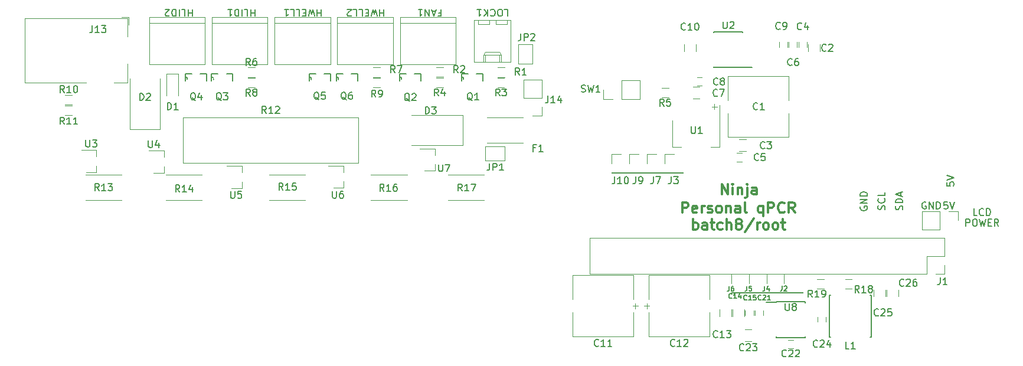
<source format=gto>
G04 #@! TF.GenerationSoftware,KiCad,Pcbnew,(5.1.6-0-10_14)*
G04 #@! TF.CreationDate,2021-06-29T12:22:49+09:00*
G04 #@! TF.ProjectId,qPCR-root,71504352-2d72-46f6-9f74-2e6b69636164,rev?*
G04 #@! TF.SameCoordinates,Original*
G04 #@! TF.FileFunction,Legend,Top*
G04 #@! TF.FilePolarity,Positive*
%FSLAX46Y46*%
G04 Gerber Fmt 4.6, Leading zero omitted, Abs format (unit mm)*
G04 Created by KiCad (PCBNEW (5.1.6-0-10_14)) date 2021-06-29 12:22:49*
%MOMM*%
%LPD*%
G01*
G04 APERTURE LIST*
%ADD10C,0.300000*%
%ADD11C,0.150000*%
%ADD12C,0.120000*%
%ADD13C,0.152400*%
%ADD14C,0.127000*%
G04 APERTURE END LIST*
D10*
X148014285Y-72548571D02*
X148014285Y-71048571D01*
X148585714Y-71048571D01*
X148728571Y-71120000D01*
X148800000Y-71191428D01*
X148871428Y-71334285D01*
X148871428Y-71548571D01*
X148800000Y-71691428D01*
X148728571Y-71762857D01*
X148585714Y-71834285D01*
X148014285Y-71834285D01*
X150085714Y-72477142D02*
X149942857Y-72548571D01*
X149657142Y-72548571D01*
X149514285Y-72477142D01*
X149442857Y-72334285D01*
X149442857Y-71762857D01*
X149514285Y-71620000D01*
X149657142Y-71548571D01*
X149942857Y-71548571D01*
X150085714Y-71620000D01*
X150157142Y-71762857D01*
X150157142Y-71905714D01*
X149442857Y-72048571D01*
X150800000Y-72548571D02*
X150800000Y-71548571D01*
X150800000Y-71834285D02*
X150871428Y-71691428D01*
X150942857Y-71620000D01*
X151085714Y-71548571D01*
X151228571Y-71548571D01*
X151657142Y-72477142D02*
X151800000Y-72548571D01*
X152085714Y-72548571D01*
X152228571Y-72477142D01*
X152300000Y-72334285D01*
X152300000Y-72262857D01*
X152228571Y-72120000D01*
X152085714Y-72048571D01*
X151871428Y-72048571D01*
X151728571Y-71977142D01*
X151657142Y-71834285D01*
X151657142Y-71762857D01*
X151728571Y-71620000D01*
X151871428Y-71548571D01*
X152085714Y-71548571D01*
X152228571Y-71620000D01*
X153157142Y-72548571D02*
X153014285Y-72477142D01*
X152942857Y-72405714D01*
X152871428Y-72262857D01*
X152871428Y-71834285D01*
X152942857Y-71691428D01*
X153014285Y-71620000D01*
X153157142Y-71548571D01*
X153371428Y-71548571D01*
X153514285Y-71620000D01*
X153585714Y-71691428D01*
X153657142Y-71834285D01*
X153657142Y-72262857D01*
X153585714Y-72405714D01*
X153514285Y-72477142D01*
X153371428Y-72548571D01*
X153157142Y-72548571D01*
X154300000Y-71548571D02*
X154300000Y-72548571D01*
X154300000Y-71691428D02*
X154371428Y-71620000D01*
X154514285Y-71548571D01*
X154728571Y-71548571D01*
X154871428Y-71620000D01*
X154942857Y-71762857D01*
X154942857Y-72548571D01*
X156300000Y-72548571D02*
X156300000Y-71762857D01*
X156228571Y-71620000D01*
X156085714Y-71548571D01*
X155800000Y-71548571D01*
X155657142Y-71620000D01*
X156300000Y-72477142D02*
X156157142Y-72548571D01*
X155800000Y-72548571D01*
X155657142Y-72477142D01*
X155585714Y-72334285D01*
X155585714Y-72191428D01*
X155657142Y-72048571D01*
X155800000Y-71977142D01*
X156157142Y-71977142D01*
X156300000Y-71905714D01*
X157228571Y-72548571D02*
X157085714Y-72477142D01*
X157014285Y-72334285D01*
X157014285Y-71048571D01*
X159585714Y-71548571D02*
X159585714Y-73048571D01*
X159585714Y-72477142D02*
X159442857Y-72548571D01*
X159157142Y-72548571D01*
X159014285Y-72477142D01*
X158942857Y-72405714D01*
X158871428Y-72262857D01*
X158871428Y-71834285D01*
X158942857Y-71691428D01*
X159014285Y-71620000D01*
X159157142Y-71548571D01*
X159442857Y-71548571D01*
X159585714Y-71620000D01*
X160300000Y-72548571D02*
X160300000Y-71048571D01*
X160871428Y-71048571D01*
X161014285Y-71120000D01*
X161085714Y-71191428D01*
X161157142Y-71334285D01*
X161157142Y-71548571D01*
X161085714Y-71691428D01*
X161014285Y-71762857D01*
X160871428Y-71834285D01*
X160300000Y-71834285D01*
X162657142Y-72405714D02*
X162585714Y-72477142D01*
X162371428Y-72548571D01*
X162228571Y-72548571D01*
X162014285Y-72477142D01*
X161871428Y-72334285D01*
X161800000Y-72191428D01*
X161728571Y-71905714D01*
X161728571Y-71691428D01*
X161800000Y-71405714D01*
X161871428Y-71262857D01*
X162014285Y-71120000D01*
X162228571Y-71048571D01*
X162371428Y-71048571D01*
X162585714Y-71120000D01*
X162657142Y-71191428D01*
X164157142Y-72548571D02*
X163657142Y-71834285D01*
X163300000Y-72548571D02*
X163300000Y-71048571D01*
X163871428Y-71048571D01*
X164014285Y-71120000D01*
X164085714Y-71191428D01*
X164157142Y-71334285D01*
X164157142Y-71548571D01*
X164085714Y-71691428D01*
X164014285Y-71762857D01*
X163871428Y-71834285D01*
X163300000Y-71834285D01*
X149550000Y-74958571D02*
X149550000Y-73458571D01*
X149550000Y-74030000D02*
X149692857Y-73958571D01*
X149978571Y-73958571D01*
X150121428Y-74030000D01*
X150192857Y-74101428D01*
X150264285Y-74244285D01*
X150264285Y-74672857D01*
X150192857Y-74815714D01*
X150121428Y-74887142D01*
X149978571Y-74958571D01*
X149692857Y-74958571D01*
X149550000Y-74887142D01*
X151550000Y-74958571D02*
X151550000Y-74172857D01*
X151478571Y-74030000D01*
X151335714Y-73958571D01*
X151050000Y-73958571D01*
X150907142Y-74030000D01*
X151550000Y-74887142D02*
X151407142Y-74958571D01*
X151050000Y-74958571D01*
X150907142Y-74887142D01*
X150835714Y-74744285D01*
X150835714Y-74601428D01*
X150907142Y-74458571D01*
X151050000Y-74387142D01*
X151407142Y-74387142D01*
X151550000Y-74315714D01*
X152050000Y-73958571D02*
X152621428Y-73958571D01*
X152264285Y-73458571D02*
X152264285Y-74744285D01*
X152335714Y-74887142D01*
X152478571Y-74958571D01*
X152621428Y-74958571D01*
X153764285Y-74887142D02*
X153621428Y-74958571D01*
X153335714Y-74958571D01*
X153192857Y-74887142D01*
X153121428Y-74815714D01*
X153050000Y-74672857D01*
X153050000Y-74244285D01*
X153121428Y-74101428D01*
X153192857Y-74030000D01*
X153335714Y-73958571D01*
X153621428Y-73958571D01*
X153764285Y-74030000D01*
X154407142Y-74958571D02*
X154407142Y-73458571D01*
X155050000Y-74958571D02*
X155050000Y-74172857D01*
X154978571Y-74030000D01*
X154835714Y-73958571D01*
X154621428Y-73958571D01*
X154478571Y-74030000D01*
X154407142Y-74101428D01*
X155978571Y-74101428D02*
X155835714Y-74030000D01*
X155764285Y-73958571D01*
X155692857Y-73815714D01*
X155692857Y-73744285D01*
X155764285Y-73601428D01*
X155835714Y-73530000D01*
X155978571Y-73458571D01*
X156264285Y-73458571D01*
X156407142Y-73530000D01*
X156478571Y-73601428D01*
X156550000Y-73744285D01*
X156550000Y-73815714D01*
X156478571Y-73958571D01*
X156407142Y-74030000D01*
X156264285Y-74101428D01*
X155978571Y-74101428D01*
X155835714Y-74172857D01*
X155764285Y-74244285D01*
X155692857Y-74387142D01*
X155692857Y-74672857D01*
X155764285Y-74815714D01*
X155835714Y-74887142D01*
X155978571Y-74958571D01*
X156264285Y-74958571D01*
X156407142Y-74887142D01*
X156478571Y-74815714D01*
X156550000Y-74672857D01*
X156550000Y-74387142D01*
X156478571Y-74244285D01*
X156407142Y-74172857D01*
X156264285Y-74101428D01*
X158264285Y-73387142D02*
X156978571Y-75315714D01*
X158764285Y-74958571D02*
X158764285Y-73958571D01*
X158764285Y-74244285D02*
X158835714Y-74101428D01*
X158907142Y-74030000D01*
X159050000Y-73958571D01*
X159192857Y-73958571D01*
X159907142Y-74958571D02*
X159764285Y-74887142D01*
X159692857Y-74815714D01*
X159621428Y-74672857D01*
X159621428Y-74244285D01*
X159692857Y-74101428D01*
X159764285Y-74030000D01*
X159907142Y-73958571D01*
X160121428Y-73958571D01*
X160264285Y-74030000D01*
X160335714Y-74101428D01*
X160407142Y-74244285D01*
X160407142Y-74672857D01*
X160335714Y-74815714D01*
X160264285Y-74887142D01*
X160121428Y-74958571D01*
X159907142Y-74958571D01*
X161264285Y-74958571D02*
X161121428Y-74887142D01*
X161050000Y-74815714D01*
X160978571Y-74672857D01*
X160978571Y-74244285D01*
X161050000Y-74101428D01*
X161121428Y-74030000D01*
X161264285Y-73958571D01*
X161478571Y-73958571D01*
X161621428Y-74030000D01*
X161692857Y-74101428D01*
X161764285Y-74244285D01*
X161764285Y-74672857D01*
X161692857Y-74815714D01*
X161621428Y-74887142D01*
X161478571Y-74958571D01*
X161264285Y-74958571D01*
X162192857Y-73958571D02*
X162764285Y-73958571D01*
X162407142Y-73458571D02*
X162407142Y-74744285D01*
X162478571Y-74887142D01*
X162621428Y-74958571D01*
X162764285Y-74958571D01*
X153660000Y-69918571D02*
X153660000Y-68418571D01*
X154517142Y-69918571D01*
X154517142Y-68418571D01*
X155231428Y-69918571D02*
X155231428Y-68918571D01*
X155231428Y-68418571D02*
X155160000Y-68490000D01*
X155231428Y-68561428D01*
X155302857Y-68490000D01*
X155231428Y-68418571D01*
X155231428Y-68561428D01*
X155945714Y-68918571D02*
X155945714Y-69918571D01*
X155945714Y-69061428D02*
X156017142Y-68990000D01*
X156160000Y-68918571D01*
X156374285Y-68918571D01*
X156517142Y-68990000D01*
X156588571Y-69132857D01*
X156588571Y-69918571D01*
X157302857Y-68918571D02*
X157302857Y-70204285D01*
X157231428Y-70347142D01*
X157088571Y-70418571D01*
X157017142Y-70418571D01*
X157302857Y-68418571D02*
X157231428Y-68490000D01*
X157302857Y-68561428D01*
X157374285Y-68490000D01*
X157302857Y-68418571D01*
X157302857Y-68561428D01*
X158660000Y-69918571D02*
X158660000Y-69132857D01*
X158588571Y-68990000D01*
X158445714Y-68918571D01*
X158160000Y-68918571D01*
X158017142Y-68990000D01*
X158660000Y-69847142D02*
X158517142Y-69918571D01*
X158160000Y-69918571D01*
X158017142Y-69847142D01*
X157945714Y-69704285D01*
X157945714Y-69561428D01*
X158017142Y-69418571D01*
X158160000Y-69347142D01*
X158517142Y-69347142D01*
X158660000Y-69275714D01*
D11*
X182930895Y-71040000D02*
X182835657Y-70992380D01*
X182692800Y-70992380D01*
X182549942Y-71040000D01*
X182454704Y-71135238D01*
X182407085Y-71230476D01*
X182359466Y-71420952D01*
X182359466Y-71563809D01*
X182407085Y-71754285D01*
X182454704Y-71849523D01*
X182549942Y-71944761D01*
X182692800Y-71992380D01*
X182788038Y-71992380D01*
X182930895Y-71944761D01*
X182978514Y-71897142D01*
X182978514Y-71563809D01*
X182788038Y-71563809D01*
X183407085Y-71992380D02*
X183407085Y-70992380D01*
X183978514Y-71992380D01*
X183978514Y-70992380D01*
X184454704Y-71992380D02*
X184454704Y-70992380D01*
X184692800Y-70992380D01*
X184835657Y-71040000D01*
X184930895Y-71135238D01*
X184978514Y-71230476D01*
X185026133Y-71420952D01*
X185026133Y-71563809D01*
X184978514Y-71754285D01*
X184930895Y-71849523D01*
X184835657Y-71944761D01*
X184692800Y-71992380D01*
X184454704Y-71992380D01*
X186042323Y-70992380D02*
X185566133Y-70992380D01*
X185518514Y-71468571D01*
X185566133Y-71420952D01*
X185661371Y-71373333D01*
X185899466Y-71373333D01*
X185994704Y-71420952D01*
X186042323Y-71468571D01*
X186089942Y-71563809D01*
X186089942Y-71801904D01*
X186042323Y-71897142D01*
X185994704Y-71944761D01*
X185899466Y-71992380D01*
X185661371Y-71992380D01*
X185566133Y-71944761D01*
X185518514Y-71897142D01*
X186375657Y-70992380D02*
X186708990Y-71992380D01*
X187042323Y-70992380D01*
X188690476Y-74452380D02*
X188690476Y-73452380D01*
X189071428Y-73452380D01*
X189166666Y-73500000D01*
X189214285Y-73547619D01*
X189261904Y-73642857D01*
X189261904Y-73785714D01*
X189214285Y-73880952D01*
X189166666Y-73928571D01*
X189071428Y-73976190D01*
X188690476Y-73976190D01*
X189880952Y-73452380D02*
X190071428Y-73452380D01*
X190166666Y-73500000D01*
X190261904Y-73595238D01*
X190309523Y-73785714D01*
X190309523Y-74119047D01*
X190261904Y-74309523D01*
X190166666Y-74404761D01*
X190071428Y-74452380D01*
X189880952Y-74452380D01*
X189785714Y-74404761D01*
X189690476Y-74309523D01*
X189642857Y-74119047D01*
X189642857Y-73785714D01*
X189690476Y-73595238D01*
X189785714Y-73500000D01*
X189880952Y-73452380D01*
X190642857Y-73452380D02*
X190880952Y-74452380D01*
X191071428Y-73738095D01*
X191261904Y-74452380D01*
X191500000Y-73452380D01*
X191880952Y-73928571D02*
X192214285Y-73928571D01*
X192357142Y-74452380D02*
X191880952Y-74452380D01*
X191880952Y-73452380D01*
X192357142Y-73452380D01*
X193357142Y-74452380D02*
X193023809Y-73976190D01*
X192785714Y-74452380D02*
X192785714Y-73452380D01*
X193166666Y-73452380D01*
X193261904Y-73500000D01*
X193309523Y-73547619D01*
X193357142Y-73642857D01*
X193357142Y-73785714D01*
X193309523Y-73880952D01*
X193261904Y-73928571D01*
X193166666Y-73976190D01*
X192785714Y-73976190D01*
X190309523Y-72952380D02*
X189833333Y-72952380D01*
X189833333Y-71952380D01*
X191214285Y-72857142D02*
X191166666Y-72904761D01*
X191023809Y-72952380D01*
X190928571Y-72952380D01*
X190785714Y-72904761D01*
X190690476Y-72809523D01*
X190642857Y-72714285D01*
X190595238Y-72523809D01*
X190595238Y-72380952D01*
X190642857Y-72190476D01*
X190690476Y-72095238D01*
X190785714Y-72000000D01*
X190928571Y-71952380D01*
X191023809Y-71952380D01*
X191166666Y-72000000D01*
X191214285Y-72047619D01*
X191642857Y-72952380D02*
X191642857Y-71952380D01*
X191880952Y-71952380D01*
X192023809Y-72000000D01*
X192119047Y-72095238D01*
X192166666Y-72190476D01*
X192214285Y-72380952D01*
X192214285Y-72523809D01*
X192166666Y-72714285D01*
X192119047Y-72809523D01*
X192023809Y-72904761D01*
X191880952Y-72952380D01*
X191642857Y-72952380D01*
X173580000Y-71661904D02*
X173532380Y-71757142D01*
X173532380Y-71900000D01*
X173580000Y-72042857D01*
X173675238Y-72138095D01*
X173770476Y-72185714D01*
X173960952Y-72233333D01*
X174103809Y-72233333D01*
X174294285Y-72185714D01*
X174389523Y-72138095D01*
X174484761Y-72042857D01*
X174532380Y-71900000D01*
X174532380Y-71804761D01*
X174484761Y-71661904D01*
X174437142Y-71614285D01*
X174103809Y-71614285D01*
X174103809Y-71804761D01*
X174532380Y-71185714D02*
X173532380Y-71185714D01*
X174532380Y-70614285D01*
X173532380Y-70614285D01*
X174532380Y-70138095D02*
X173532380Y-70138095D01*
X173532380Y-69900000D01*
X173580000Y-69757142D01*
X173675238Y-69661904D01*
X173770476Y-69614285D01*
X173960952Y-69566666D01*
X174103809Y-69566666D01*
X174294285Y-69614285D01*
X174389523Y-69661904D01*
X174484761Y-69757142D01*
X174532380Y-69900000D01*
X174532380Y-70138095D01*
X177024761Y-72090476D02*
X177072380Y-71947619D01*
X177072380Y-71709523D01*
X177024761Y-71614285D01*
X176977142Y-71566666D01*
X176881904Y-71519047D01*
X176786666Y-71519047D01*
X176691428Y-71566666D01*
X176643809Y-71614285D01*
X176596190Y-71709523D01*
X176548571Y-71900000D01*
X176500952Y-71995238D01*
X176453333Y-72042857D01*
X176358095Y-72090476D01*
X176262857Y-72090476D01*
X176167619Y-72042857D01*
X176120000Y-71995238D01*
X176072380Y-71900000D01*
X176072380Y-71661904D01*
X176120000Y-71519047D01*
X176977142Y-70519047D02*
X177024761Y-70566666D01*
X177072380Y-70709523D01*
X177072380Y-70804761D01*
X177024761Y-70947619D01*
X176929523Y-71042857D01*
X176834285Y-71090476D01*
X176643809Y-71138095D01*
X176500952Y-71138095D01*
X176310476Y-71090476D01*
X176215238Y-71042857D01*
X176120000Y-70947619D01*
X176072380Y-70804761D01*
X176072380Y-70709523D01*
X176120000Y-70566666D01*
X176167619Y-70519047D01*
X177072380Y-69614285D02*
X177072380Y-70090476D01*
X176072380Y-70090476D01*
X179564761Y-72114285D02*
X179612380Y-71971428D01*
X179612380Y-71733333D01*
X179564761Y-71638095D01*
X179517142Y-71590476D01*
X179421904Y-71542857D01*
X179326666Y-71542857D01*
X179231428Y-71590476D01*
X179183809Y-71638095D01*
X179136190Y-71733333D01*
X179088571Y-71923809D01*
X179040952Y-72019047D01*
X178993333Y-72066666D01*
X178898095Y-72114285D01*
X178802857Y-72114285D01*
X178707619Y-72066666D01*
X178660000Y-72019047D01*
X178612380Y-71923809D01*
X178612380Y-71685714D01*
X178660000Y-71542857D01*
X179612380Y-71114285D02*
X178612380Y-71114285D01*
X178612380Y-70876190D01*
X178660000Y-70733333D01*
X178755238Y-70638095D01*
X178850476Y-70590476D01*
X179040952Y-70542857D01*
X179183809Y-70542857D01*
X179374285Y-70590476D01*
X179469523Y-70638095D01*
X179564761Y-70733333D01*
X179612380Y-70876190D01*
X179612380Y-71114285D01*
X179326666Y-70161904D02*
X179326666Y-69685714D01*
X179612380Y-70257142D02*
X178612380Y-69923809D01*
X179612380Y-69590476D01*
X185952380Y-68190476D02*
X185952380Y-68666666D01*
X186428571Y-68714285D01*
X186380952Y-68666666D01*
X186333333Y-68571428D01*
X186333333Y-68333333D01*
X186380952Y-68238095D01*
X186428571Y-68190476D01*
X186523809Y-68142857D01*
X186761904Y-68142857D01*
X186857142Y-68190476D01*
X186904761Y-68238095D01*
X186952380Y-68333333D01*
X186952380Y-68571428D01*
X186904761Y-68666666D01*
X186857142Y-68714285D01*
X185952380Y-67857142D02*
X186952380Y-67523809D01*
X185952380Y-67190476D01*
D12*
X134720000Y-76140000D02*
X134720000Y-81340000D01*
X183040000Y-81340000D02*
X134720000Y-81340000D01*
X185640000Y-81340000D02*
X184310000Y-81340000D01*
X185640000Y-80010000D02*
X185640000Y-81340000D01*
X183040000Y-78740000D02*
X183040000Y-81340000D01*
X185640000Y-78740000D02*
X183040000Y-78740000D01*
X185640000Y-76140000D02*
X185640000Y-78740000D01*
X185640000Y-76140000D02*
X134720000Y-76140000D01*
X125155000Y-62554600D02*
X119955000Y-62554600D01*
X119955000Y-58914600D02*
X125155000Y-58914600D01*
X166055800Y-48395000D02*
X166055800Y-49395000D01*
X167755800Y-49395000D02*
X167755800Y-48395000D01*
X164483200Y-48087800D02*
X164483200Y-48787800D01*
X163283200Y-48787800D02*
X163283200Y-48087800D01*
X149975800Y-49375000D02*
X149975800Y-48375000D01*
X148275800Y-48375000D02*
X148275800Y-49375000D01*
X157134200Y-62051400D02*
X156134200Y-62051400D01*
X156134200Y-63751400D02*
X157134200Y-63751400D01*
X150514800Y-54471200D02*
X149514800Y-54471200D01*
X149514800Y-56171200D02*
X150514800Y-56171200D01*
X155053400Y-87422000D02*
X155053400Y-86422000D01*
X153353400Y-86422000D02*
X153353400Y-87422000D01*
X156882200Y-87422000D02*
X156882200Y-86422000D01*
X155182200Y-86422000D02*
X155182200Y-87422000D01*
X159629400Y-86572000D02*
X159629400Y-87272000D01*
X158429400Y-87272000D02*
X158429400Y-86572000D01*
X157954600Y-89297800D02*
X156954600Y-89297800D01*
X156954600Y-90997800D02*
X157954600Y-90997800D01*
X175476800Y-83577200D02*
X175476800Y-84577200D01*
X177176800Y-84577200D02*
X177176800Y-83577200D01*
X179005600Y-84577200D02*
X179005600Y-83577200D01*
X177305600Y-83577200D02*
X177305600Y-84577200D01*
X68400000Y-44700000D02*
X68400000Y-47300000D01*
X53700000Y-44700000D02*
X68400000Y-44700000D01*
X68400000Y-53900000D02*
X66500000Y-53900000D01*
X68400000Y-51200000D02*
X68400000Y-53900000D01*
X53700000Y-53900000D02*
X53700000Y-44700000D01*
X62500000Y-53900000D02*
X53700000Y-53900000D01*
X67550000Y-44500000D02*
X68600000Y-44500000D01*
X68600000Y-45550000D02*
X68600000Y-44500000D01*
X127870000Y-53450000D02*
X125210000Y-53450000D01*
X127870000Y-56050000D02*
X127870000Y-53450000D01*
X125210000Y-56050000D02*
X125210000Y-53450000D01*
X127870000Y-56050000D02*
X125210000Y-56050000D01*
X127870000Y-57320000D02*
X127870000Y-58650000D01*
X127870000Y-58650000D02*
X126540000Y-58650000D01*
X119758000Y-65036600D02*
X119758000Y-63036600D01*
X122558000Y-65036600D02*
X119758000Y-65036600D01*
X122558000Y-63036600D02*
X122558000Y-65036600D01*
X119758000Y-63036600D02*
X122558000Y-63036600D01*
D13*
X80492600Y-53044100D02*
X80492600Y-53628300D01*
X80492600Y-52637700D02*
X80492600Y-53044100D01*
X83540600Y-52637700D02*
X82626200Y-52637700D01*
X83540600Y-53628300D02*
X83540600Y-52637700D01*
X81407000Y-52637700D02*
X80492600Y-52637700D01*
X80492600Y-53044100D02*
G75*
G02*
X80772000Y-53450500I-2582J-301019D01*
G01*
X108356400Y-52637700D02*
X107442000Y-52637700D01*
X110490000Y-53628300D02*
X110490000Y-52637700D01*
X110490000Y-52637700D02*
X109575600Y-52637700D01*
X107442000Y-52637700D02*
X107442000Y-53044100D01*
X107442000Y-53044100D02*
X107442000Y-53628300D01*
X107442000Y-53044100D02*
G75*
G02*
X107721400Y-53450500I-2582J-301019D01*
G01*
X95415100Y-52637700D02*
X94500700Y-52637700D01*
X97548700Y-53628300D02*
X97548700Y-52637700D01*
X97548700Y-52637700D02*
X96634300Y-52637700D01*
X94500700Y-52637700D02*
X94500700Y-53044100D01*
X94500700Y-53044100D02*
X94500700Y-53628300D01*
X94500700Y-53044100D02*
G75*
G02*
X94780100Y-53450500I-2582J-301019D01*
G01*
D12*
X86707600Y-53089100D02*
X85707600Y-53089100D01*
X85707600Y-51729100D02*
X86707600Y-51729100D01*
X113707800Y-53029400D02*
X112707800Y-53029400D01*
X112707800Y-51669400D02*
X113707800Y-51669400D01*
X85707600Y-53215000D02*
X86707600Y-53215000D01*
X86707600Y-54575000D02*
X85707600Y-54575000D01*
X113695100Y-54562300D02*
X112695100Y-54562300D01*
X112695100Y-53202300D02*
X113695100Y-53202300D01*
X103652700Y-51729100D02*
X104652700Y-51729100D01*
X104652700Y-53089100D02*
X103652700Y-53089100D01*
X103640000Y-53202300D02*
X104640000Y-53202300D01*
X104640000Y-54562300D02*
X103640000Y-54562300D01*
X59500000Y-55628000D02*
X60500000Y-55628000D01*
X60500000Y-56988000D02*
X59500000Y-56988000D01*
X60500000Y-58512000D02*
X59500000Y-58512000D01*
X59500000Y-57152000D02*
X60500000Y-57152000D01*
X76416200Y-58846200D02*
X76416200Y-65366200D01*
X76416200Y-65366200D02*
X101536200Y-65366200D01*
X101536200Y-65366200D02*
X101536200Y-58846200D01*
X101536200Y-58846200D02*
X76416200Y-58846200D01*
X76386200Y-62106200D02*
X76416200Y-62106200D01*
X101566200Y-62106200D02*
X101536200Y-62106200D01*
X67600000Y-70733400D02*
X62400000Y-70733400D01*
X62400000Y-67093400D02*
X67600000Y-67093400D01*
X73900000Y-67093400D02*
X79100000Y-67093400D01*
X79100000Y-70733400D02*
X73900000Y-70733400D01*
X93938400Y-70733400D02*
X88738400Y-70733400D01*
X88738400Y-67093400D02*
X93938400Y-67093400D01*
X103343400Y-67093400D02*
X108543400Y-67093400D01*
X108543400Y-70733400D02*
X103343400Y-70733400D01*
X119600000Y-70733400D02*
X114400000Y-70733400D01*
X114400000Y-67093400D02*
X119600000Y-67093400D01*
X171347000Y-82078800D02*
X172347000Y-82078800D01*
X172347000Y-83438800D02*
X171347000Y-83438800D01*
X167347000Y-82078800D02*
X168347000Y-82078800D01*
X168347000Y-83438800D02*
X167347000Y-83438800D01*
D11*
X156636400Y-51674000D02*
X158036400Y-51674000D01*
X156636400Y-46574000D02*
X152486400Y-46574000D01*
X156636400Y-51724000D02*
X152486400Y-51724000D01*
X156636400Y-46574000D02*
X156636400Y-46719000D01*
X152486400Y-46574000D02*
X152486400Y-46719000D01*
X152486400Y-51724000D02*
X152486400Y-51579000D01*
X156636400Y-51724000D02*
X156636400Y-51674000D01*
D12*
X153370000Y-57090000D02*
X153370000Y-63100000D01*
X146550000Y-59340000D02*
X146550000Y-63100000D01*
X153370000Y-63100000D02*
X152110000Y-63100000D01*
X146550000Y-63100000D02*
X147810000Y-63100000D01*
D11*
X161469800Y-85300400D02*
X161469800Y-85350400D01*
X165619800Y-85300400D02*
X165619800Y-85445400D01*
X165619800Y-90450400D02*
X165619800Y-90305400D01*
X161469800Y-90450400D02*
X161469800Y-90305400D01*
X161469800Y-85300400D02*
X165619800Y-85300400D01*
X161469800Y-90450400D02*
X165619800Y-90450400D01*
X161469800Y-85350400D02*
X160069800Y-85350400D01*
D12*
X115530000Y-51250000D02*
X107530000Y-51250000D01*
X107530000Y-51250000D02*
X107530000Y-44450000D01*
X107530000Y-44450000D02*
X115530000Y-44450000D01*
X115530000Y-44450000D02*
X115530000Y-51250000D01*
X107530000Y-45350000D02*
X115530000Y-45350000D01*
X80530000Y-45350000D02*
X88530000Y-45350000D01*
X88530000Y-44450000D02*
X88530000Y-51250000D01*
X80530000Y-44450000D02*
X88530000Y-44450000D01*
X80530000Y-51250000D02*
X80530000Y-44450000D01*
X88530000Y-51250000D02*
X80530000Y-51250000D01*
X97530000Y-51250000D02*
X89530000Y-51250000D01*
X89530000Y-51250000D02*
X89530000Y-44450000D01*
X89530000Y-44450000D02*
X97530000Y-44450000D01*
X97530000Y-44450000D02*
X97530000Y-51250000D01*
X89530000Y-45350000D02*
X97530000Y-45350000D01*
X98530000Y-45350000D02*
X106530000Y-45350000D01*
X106530000Y-44450000D02*
X106530000Y-51250000D01*
X98530000Y-44450000D02*
X106530000Y-44450000D01*
X98530000Y-51250000D02*
X98530000Y-44450000D01*
X106530000Y-51250000D02*
X98530000Y-51250000D01*
X187562800Y-72307800D02*
X187562800Y-73637800D01*
X186232800Y-72307800D02*
X187562800Y-72307800D01*
X184962800Y-72307800D02*
X184962800Y-74967800D01*
X184962800Y-74967800D02*
X182362800Y-74967800D01*
X184962800Y-72307800D02*
X182362800Y-72307800D01*
X182362800Y-72307800D02*
X182362800Y-74967800D01*
X122840000Y-45520000D02*
X122840000Y-44900000D01*
X121240000Y-45520000D02*
X122840000Y-45520000D01*
X121240000Y-44900000D02*
X121240000Y-45520000D01*
X120300000Y-45520000D02*
X120300000Y-44900000D01*
X118700000Y-45520000D02*
X120300000Y-45520000D01*
X118700000Y-44900000D02*
X118700000Y-45520000D01*
X121790000Y-50900000D02*
X121790000Y-49900000D01*
X119750000Y-50900000D02*
X119750000Y-49900000D01*
X121790000Y-49470000D02*
X122040000Y-49900000D01*
X119750000Y-49470000D02*
X121790000Y-49470000D01*
X119500000Y-49900000D02*
X119750000Y-49470000D01*
X122040000Y-49900000D02*
X122040000Y-50900000D01*
X119500000Y-49900000D02*
X122040000Y-49900000D01*
X119500000Y-50900000D02*
X119500000Y-49900000D01*
X123410000Y-44900000D02*
X118130000Y-44900000D01*
X123410000Y-50900000D02*
X123410000Y-44900000D01*
X118130000Y-50900000D02*
X123410000Y-50900000D01*
X118130000Y-44900000D02*
X118130000Y-50900000D01*
D13*
X116332000Y-53044100D02*
X116332000Y-53628300D01*
X116332000Y-52637700D02*
X116332000Y-53044100D01*
X119380000Y-52637700D02*
X118465600Y-52637700D01*
X119380000Y-53628300D02*
X119380000Y-52637700D01*
X117246400Y-52637700D02*
X116332000Y-52637700D01*
X116332000Y-53044100D02*
G75*
G02*
X116611400Y-53450500I-2582J-301019D01*
G01*
D12*
X146030000Y-56020000D02*
X145030000Y-56020000D01*
X145030000Y-54660000D02*
X146030000Y-54660000D01*
X122496200Y-53089100D02*
X121496200Y-53089100D01*
X121496200Y-51729100D02*
X122496200Y-51729100D01*
X122483500Y-54562300D02*
X121483500Y-54562300D01*
X121483500Y-53202300D02*
X122483500Y-53202300D01*
X136700000Y-56250000D02*
X136700000Y-54920000D01*
X138030000Y-56250000D02*
X136700000Y-56250000D01*
X139300000Y-56250000D02*
X139300000Y-53590000D01*
X139300000Y-53590000D02*
X141900000Y-53590000D01*
X139300000Y-56250000D02*
X141900000Y-56250000D01*
X141900000Y-56250000D02*
X141900000Y-53590000D01*
X162620000Y-84020000D02*
X165280000Y-84020000D01*
X162620000Y-83960000D02*
X162620000Y-84020000D01*
X165280000Y-83960000D02*
X165280000Y-84020000D01*
X162620000Y-83960000D02*
X165280000Y-83960000D01*
X162620000Y-82690000D02*
X162620000Y-81360000D01*
X162620000Y-81360000D02*
X163950000Y-81360000D01*
X160120000Y-84010000D02*
X162780000Y-84010000D01*
X160120000Y-83950000D02*
X160120000Y-84010000D01*
X162780000Y-83950000D02*
X162780000Y-84010000D01*
X160120000Y-83950000D02*
X162780000Y-83950000D01*
X160120000Y-82680000D02*
X160120000Y-81350000D01*
X160120000Y-81350000D02*
X161450000Y-81350000D01*
X157580000Y-81340000D02*
X158910000Y-81340000D01*
X157580000Y-82670000D02*
X157580000Y-81340000D01*
X157580000Y-83940000D02*
X160240000Y-83940000D01*
X160240000Y-83940000D02*
X160240000Y-84000000D01*
X157580000Y-83940000D02*
X157580000Y-84000000D01*
X157580000Y-84000000D02*
X160240000Y-84000000D01*
X155030000Y-81340000D02*
X156360000Y-81340000D01*
X155030000Y-82670000D02*
X155030000Y-81340000D01*
X155030000Y-83940000D02*
X157690000Y-83940000D01*
X157690000Y-83940000D02*
X157690000Y-84000000D01*
X155030000Y-83940000D02*
X155030000Y-84000000D01*
X155030000Y-84000000D02*
X157690000Y-84000000D01*
X152986600Y-57327800D02*
X152224600Y-57327800D01*
X152605600Y-56946800D02*
X152605600Y-57708800D01*
X154497900Y-61709300D02*
X163260900Y-61709300D01*
X163260900Y-61709300D02*
X163260900Y-58257440D01*
X163260900Y-52946300D02*
X154497900Y-52946300D01*
X154497900Y-52946300D02*
X154497900Y-56398160D01*
X154497900Y-58257440D02*
X154497900Y-61709300D01*
X163260900Y-56398160D02*
X163260900Y-52946300D01*
X164680200Y-48787800D02*
X164680200Y-48087800D01*
X165880200Y-48087800D02*
X165880200Y-48787800D01*
X156537000Y-65192200D02*
X155837000Y-65192200D01*
X155837000Y-63992200D02*
X156537000Y-63992200D01*
X150096600Y-53146400D02*
X150796600Y-53146400D01*
X150796600Y-54346400D02*
X150096600Y-54346400D01*
X132245100Y-86835640D02*
X132245100Y-90287500D01*
X141008100Y-84976360D02*
X141008100Y-81524500D01*
X141008100Y-90287500D02*
X141008100Y-86835640D01*
X132245100Y-90287500D02*
X141008100Y-90287500D01*
X132245100Y-81524500D02*
X132245100Y-84976360D01*
X141008100Y-81524500D02*
X132245100Y-81524500D01*
X142900400Y-86287000D02*
X142900400Y-85525000D01*
X142519400Y-85906000D02*
X143281400Y-85906000D01*
X151930100Y-84976360D02*
X151930100Y-81524500D01*
X143167100Y-86835640D02*
X143167100Y-90287500D01*
X143167100Y-81524500D02*
X143167100Y-84976360D01*
X151930100Y-81524500D02*
X143167100Y-81524500D01*
X151930100Y-90287500D02*
X151930100Y-86835640D01*
X143167100Y-90287500D02*
X151930100Y-90287500D01*
X141274800Y-85525000D02*
X141274800Y-86287000D01*
X141655800Y-85906000D02*
X140893800Y-85906000D01*
X158232400Y-86572000D02*
X158232400Y-87272000D01*
X157032400Y-87272000D02*
X157032400Y-86572000D01*
X163900600Y-91967000D02*
X163200600Y-91967000D01*
X163200600Y-90767000D02*
X163900600Y-90767000D01*
X168621000Y-87486400D02*
X168621000Y-88186400D01*
X167421000Y-88186400D02*
X167421000Y-87486400D01*
X79530000Y-51250000D02*
X71530000Y-51250000D01*
X71530000Y-51250000D02*
X71530000Y-44450000D01*
X71530000Y-44450000D02*
X79530000Y-44450000D01*
X79530000Y-44450000D02*
X79530000Y-51250000D01*
X71530000Y-45350000D02*
X79530000Y-45350000D01*
X126476000Y-48412600D02*
X126476000Y-51212600D01*
X126476000Y-51212600D02*
X124476000Y-51212600D01*
X124476000Y-51212600D02*
X124476000Y-48412600D01*
X124476000Y-48412600D02*
X126476000Y-48412600D01*
D13*
X77622400Y-52637700D02*
X76708000Y-52637700D01*
X79756000Y-53628300D02*
X79756000Y-52637700D01*
X79756000Y-52637700D02*
X78841600Y-52637700D01*
X76708000Y-52637700D02*
X76708000Y-53044100D01*
X76708000Y-53044100D02*
X76708000Y-53628300D01*
X76708000Y-53044100D02*
G75*
G02*
X76987400Y-53450500I-2582J-301019D01*
G01*
X98412300Y-53044100D02*
X98412300Y-53628300D01*
X98412300Y-52637700D02*
X98412300Y-53044100D01*
X101460300Y-52637700D02*
X100545900Y-52637700D01*
X101460300Y-53628300D02*
X101460300Y-52637700D01*
X99326700Y-52637700D02*
X98412300Y-52637700D01*
X98412300Y-53044100D02*
G75*
G02*
X98691700Y-53450500I-2582J-301019D01*
G01*
D12*
X75729200Y-52630000D02*
X75729200Y-55780000D01*
X74029200Y-52630000D02*
X74029200Y-55780000D01*
X75729200Y-52630000D02*
X74029200Y-52630000D01*
X68792200Y-60603200D02*
X68792200Y-53303200D01*
X73092200Y-60603200D02*
X73092200Y-53303200D01*
X68792200Y-60603200D02*
X73092200Y-60603200D01*
X116487000Y-62884600D02*
X116487000Y-58584600D01*
X116487000Y-58584600D02*
X109187000Y-58584600D01*
X116487000Y-62884600D02*
X109187000Y-62884600D01*
D14*
X174910400Y-90353800D02*
X175110400Y-90353800D01*
X175110400Y-90353800D02*
X175110400Y-84353800D01*
X175110400Y-84353800D02*
X174910400Y-84353800D01*
X169310400Y-90353800D02*
X169110400Y-90353800D01*
X169110400Y-90353800D02*
X169110400Y-84353800D01*
X169110400Y-84353800D02*
X169310400Y-84353800D01*
D12*
X63980600Y-66734200D02*
X63980600Y-65804200D01*
X63980600Y-63574200D02*
X63980600Y-64504200D01*
X63980600Y-63574200D02*
X61820600Y-63574200D01*
X63980600Y-66734200D02*
X62520600Y-66734200D01*
X73656600Y-66810400D02*
X72196600Y-66810400D01*
X73656600Y-63650400D02*
X71496600Y-63650400D01*
X73656600Y-63650400D02*
X73656600Y-64580400D01*
X73656600Y-66810400D02*
X73656600Y-65880400D01*
X84834000Y-69020200D02*
X83374000Y-69020200D01*
X84834000Y-65860200D02*
X82674000Y-65860200D01*
X84834000Y-65860200D02*
X84834000Y-66790200D01*
X84834000Y-69020200D02*
X84834000Y-68090200D01*
X99413600Y-68994800D02*
X99413600Y-68064800D01*
X99413600Y-65834800D02*
X99413600Y-66764800D01*
X99413600Y-65834800D02*
X97253600Y-65834800D01*
X99413600Y-68994800D02*
X97953600Y-68994800D01*
X112520000Y-66505600D02*
X111060000Y-66505600D01*
X112520000Y-63345600D02*
X110360000Y-63345600D01*
X112520000Y-63345600D02*
X112520000Y-64275600D01*
X112520000Y-66505600D02*
X112520000Y-65575600D01*
X161886200Y-48787800D02*
X161886200Y-48087800D01*
X163086200Y-48087800D02*
X163086200Y-48787800D01*
X145470000Y-66830000D02*
X148130000Y-66830000D01*
X145470000Y-66770000D02*
X145470000Y-66830000D01*
X148130000Y-66770000D02*
X148130000Y-66830000D01*
X145470000Y-66770000D02*
X148130000Y-66770000D01*
X145470000Y-65500000D02*
X145470000Y-64170000D01*
X145470000Y-64170000D02*
X146800000Y-64170000D01*
X142950000Y-64170000D02*
X144280000Y-64170000D01*
X142950000Y-65500000D02*
X142950000Y-64170000D01*
X142950000Y-66770000D02*
X145610000Y-66770000D01*
X145610000Y-66770000D02*
X145610000Y-66830000D01*
X142950000Y-66770000D02*
X142950000Y-66830000D01*
X142950000Y-66830000D02*
X145610000Y-66830000D01*
X140410000Y-64170000D02*
X141740000Y-64170000D01*
X140410000Y-65500000D02*
X140410000Y-64170000D01*
X140410000Y-66770000D02*
X143070000Y-66770000D01*
X143070000Y-66770000D02*
X143070000Y-66830000D01*
X140410000Y-66770000D02*
X140410000Y-66830000D01*
X140410000Y-66830000D02*
X143070000Y-66830000D01*
X137870000Y-66830000D02*
X140530000Y-66830000D01*
X137870000Y-66770000D02*
X137870000Y-66830000D01*
X140530000Y-66770000D02*
X140530000Y-66830000D01*
X137870000Y-66770000D02*
X140530000Y-66770000D01*
X137870000Y-65500000D02*
X137870000Y-64170000D01*
X137870000Y-64170000D02*
X139200000Y-64170000D01*
D11*
X184986666Y-81852380D02*
X184986666Y-82566666D01*
X184939047Y-82709523D01*
X184843809Y-82804761D01*
X184700952Y-82852380D01*
X184605714Y-82852380D01*
X185986666Y-82852380D02*
X185415238Y-82852380D01*
X185700952Y-82852380D02*
X185700952Y-81852380D01*
X185605714Y-81995238D01*
X185510476Y-82090476D01*
X185415238Y-82138095D01*
X126966666Y-63228571D02*
X126633333Y-63228571D01*
X126633333Y-63752380D02*
X126633333Y-62752380D01*
X127109523Y-62752380D01*
X128014285Y-63752380D02*
X127442857Y-63752380D01*
X127728571Y-63752380D02*
X127728571Y-62752380D01*
X127633333Y-62895238D01*
X127538095Y-62990476D01*
X127442857Y-63038095D01*
X168623333Y-49277142D02*
X168575714Y-49324761D01*
X168432857Y-49372380D01*
X168337619Y-49372380D01*
X168194761Y-49324761D01*
X168099523Y-49229523D01*
X168051904Y-49134285D01*
X168004285Y-48943809D01*
X168004285Y-48800952D01*
X168051904Y-48610476D01*
X168099523Y-48515238D01*
X168194761Y-48420000D01*
X168337619Y-48372380D01*
X168432857Y-48372380D01*
X168575714Y-48420000D01*
X168623333Y-48467619D01*
X169004285Y-48467619D02*
X169051904Y-48420000D01*
X169147142Y-48372380D01*
X169385238Y-48372380D01*
X169480476Y-48420000D01*
X169528095Y-48467619D01*
X169575714Y-48562857D01*
X169575714Y-48658095D01*
X169528095Y-48800952D01*
X168956666Y-49372380D01*
X169575714Y-49372380D01*
X163733333Y-51337142D02*
X163685714Y-51384761D01*
X163542857Y-51432380D01*
X163447619Y-51432380D01*
X163304761Y-51384761D01*
X163209523Y-51289523D01*
X163161904Y-51194285D01*
X163114285Y-51003809D01*
X163114285Y-50860952D01*
X163161904Y-50670476D01*
X163209523Y-50575238D01*
X163304761Y-50480000D01*
X163447619Y-50432380D01*
X163542857Y-50432380D01*
X163685714Y-50480000D01*
X163733333Y-50527619D01*
X164590476Y-50432380D02*
X164400000Y-50432380D01*
X164304761Y-50480000D01*
X164257142Y-50527619D01*
X164161904Y-50670476D01*
X164114285Y-50860952D01*
X164114285Y-51241904D01*
X164161904Y-51337142D01*
X164209523Y-51384761D01*
X164304761Y-51432380D01*
X164495238Y-51432380D01*
X164590476Y-51384761D01*
X164638095Y-51337142D01*
X164685714Y-51241904D01*
X164685714Y-51003809D01*
X164638095Y-50908571D01*
X164590476Y-50860952D01*
X164495238Y-50813333D01*
X164304761Y-50813333D01*
X164209523Y-50860952D01*
X164161904Y-50908571D01*
X164114285Y-51003809D01*
X148457142Y-46257142D02*
X148409523Y-46304761D01*
X148266666Y-46352380D01*
X148171428Y-46352380D01*
X148028571Y-46304761D01*
X147933333Y-46209523D01*
X147885714Y-46114285D01*
X147838095Y-45923809D01*
X147838095Y-45780952D01*
X147885714Y-45590476D01*
X147933333Y-45495238D01*
X148028571Y-45400000D01*
X148171428Y-45352380D01*
X148266666Y-45352380D01*
X148409523Y-45400000D01*
X148457142Y-45447619D01*
X149409523Y-46352380D02*
X148838095Y-46352380D01*
X149123809Y-46352380D02*
X149123809Y-45352380D01*
X149028571Y-45495238D01*
X148933333Y-45590476D01*
X148838095Y-45638095D01*
X150028571Y-45352380D02*
X150123809Y-45352380D01*
X150219047Y-45400000D01*
X150266666Y-45447619D01*
X150314285Y-45542857D01*
X150361904Y-45733333D01*
X150361904Y-45971428D01*
X150314285Y-46161904D01*
X150266666Y-46257142D01*
X150219047Y-46304761D01*
X150123809Y-46352380D01*
X150028571Y-46352380D01*
X149933333Y-46304761D01*
X149885714Y-46257142D01*
X149838095Y-46161904D01*
X149790476Y-45971428D01*
X149790476Y-45733333D01*
X149838095Y-45542857D01*
X149885714Y-45447619D01*
X149933333Y-45400000D01*
X150028571Y-45352380D01*
X159833333Y-63257142D02*
X159785714Y-63304761D01*
X159642857Y-63352380D01*
X159547619Y-63352380D01*
X159404761Y-63304761D01*
X159309523Y-63209523D01*
X159261904Y-63114285D01*
X159214285Y-62923809D01*
X159214285Y-62780952D01*
X159261904Y-62590476D01*
X159309523Y-62495238D01*
X159404761Y-62400000D01*
X159547619Y-62352380D01*
X159642857Y-62352380D01*
X159785714Y-62400000D01*
X159833333Y-62447619D01*
X160166666Y-62352380D02*
X160785714Y-62352380D01*
X160452380Y-62733333D01*
X160595238Y-62733333D01*
X160690476Y-62780952D01*
X160738095Y-62828571D01*
X160785714Y-62923809D01*
X160785714Y-63161904D01*
X160738095Y-63257142D01*
X160690476Y-63304761D01*
X160595238Y-63352380D01*
X160309523Y-63352380D01*
X160214285Y-63304761D01*
X160166666Y-63257142D01*
X153053333Y-55747142D02*
X153005714Y-55794761D01*
X152862857Y-55842380D01*
X152767619Y-55842380D01*
X152624761Y-55794761D01*
X152529523Y-55699523D01*
X152481904Y-55604285D01*
X152434285Y-55413809D01*
X152434285Y-55270952D01*
X152481904Y-55080476D01*
X152529523Y-54985238D01*
X152624761Y-54890000D01*
X152767619Y-54842380D01*
X152862857Y-54842380D01*
X153005714Y-54890000D01*
X153053333Y-54937619D01*
X153386666Y-54842380D02*
X154053333Y-54842380D01*
X153624761Y-55842380D01*
X153057142Y-90357142D02*
X153009523Y-90404761D01*
X152866666Y-90452380D01*
X152771428Y-90452380D01*
X152628571Y-90404761D01*
X152533333Y-90309523D01*
X152485714Y-90214285D01*
X152438095Y-90023809D01*
X152438095Y-89880952D01*
X152485714Y-89690476D01*
X152533333Y-89595238D01*
X152628571Y-89500000D01*
X152771428Y-89452380D01*
X152866666Y-89452380D01*
X153009523Y-89500000D01*
X153057142Y-89547619D01*
X154009523Y-90452380D02*
X153438095Y-90452380D01*
X153723809Y-90452380D02*
X153723809Y-89452380D01*
X153628571Y-89595238D01*
X153533333Y-89690476D01*
X153438095Y-89738095D01*
X154342857Y-89452380D02*
X154961904Y-89452380D01*
X154628571Y-89833333D01*
X154771428Y-89833333D01*
X154866666Y-89880952D01*
X154914285Y-89928571D01*
X154961904Y-90023809D01*
X154961904Y-90261904D01*
X154914285Y-90357142D01*
X154866666Y-90404761D01*
X154771428Y-90452380D01*
X154485714Y-90452380D01*
X154390476Y-90404761D01*
X154342857Y-90357142D01*
X155110000Y-84760000D02*
X155076666Y-84793333D01*
X154976666Y-84826666D01*
X154910000Y-84826666D01*
X154810000Y-84793333D01*
X154743333Y-84726666D01*
X154710000Y-84660000D01*
X154676666Y-84526666D01*
X154676666Y-84426666D01*
X154710000Y-84293333D01*
X154743333Y-84226666D01*
X154810000Y-84160000D01*
X154910000Y-84126666D01*
X154976666Y-84126666D01*
X155076666Y-84160000D01*
X155110000Y-84193333D01*
X155776666Y-84826666D02*
X155376666Y-84826666D01*
X155576666Y-84826666D02*
X155576666Y-84126666D01*
X155510000Y-84226666D01*
X155443333Y-84293333D01*
X155376666Y-84326666D01*
X156376666Y-84360000D02*
X156376666Y-84826666D01*
X156210000Y-84093333D02*
X156043333Y-84593333D01*
X156476666Y-84593333D01*
X159310000Y-84970000D02*
X159276666Y-85003333D01*
X159176666Y-85036666D01*
X159110000Y-85036666D01*
X159010000Y-85003333D01*
X158943333Y-84936666D01*
X158910000Y-84870000D01*
X158876666Y-84736666D01*
X158876666Y-84636666D01*
X158910000Y-84503333D01*
X158943333Y-84436666D01*
X159010000Y-84370000D01*
X159110000Y-84336666D01*
X159176666Y-84336666D01*
X159276666Y-84370000D01*
X159310000Y-84403333D01*
X159576666Y-84403333D02*
X159610000Y-84370000D01*
X159676666Y-84336666D01*
X159843333Y-84336666D01*
X159910000Y-84370000D01*
X159943333Y-84403333D01*
X159976666Y-84470000D01*
X159976666Y-84536666D01*
X159943333Y-84636666D01*
X159543333Y-85036666D01*
X159976666Y-85036666D01*
X160643333Y-85036666D02*
X160243333Y-85036666D01*
X160443333Y-85036666D02*
X160443333Y-84336666D01*
X160376666Y-84436666D01*
X160310000Y-84503333D01*
X160243333Y-84536666D01*
X156811742Y-92254942D02*
X156764123Y-92302561D01*
X156621266Y-92350180D01*
X156526028Y-92350180D01*
X156383171Y-92302561D01*
X156287933Y-92207323D01*
X156240314Y-92112085D01*
X156192695Y-91921609D01*
X156192695Y-91778752D01*
X156240314Y-91588276D01*
X156287933Y-91493038D01*
X156383171Y-91397800D01*
X156526028Y-91350180D01*
X156621266Y-91350180D01*
X156764123Y-91397800D01*
X156811742Y-91445419D01*
X157192695Y-91445419D02*
X157240314Y-91397800D01*
X157335552Y-91350180D01*
X157573647Y-91350180D01*
X157668885Y-91397800D01*
X157716504Y-91445419D01*
X157764123Y-91540657D01*
X157764123Y-91635895D01*
X157716504Y-91778752D01*
X157145076Y-92350180D01*
X157764123Y-92350180D01*
X158097457Y-91350180D02*
X158716504Y-91350180D01*
X158383171Y-91731133D01*
X158526028Y-91731133D01*
X158621266Y-91778752D01*
X158668885Y-91826371D01*
X158716504Y-91921609D01*
X158716504Y-92159704D01*
X158668885Y-92254942D01*
X158621266Y-92302561D01*
X158526028Y-92350180D01*
X158240314Y-92350180D01*
X158145076Y-92302561D01*
X158097457Y-92254942D01*
X176137142Y-87247142D02*
X176089523Y-87294761D01*
X175946666Y-87342380D01*
X175851428Y-87342380D01*
X175708571Y-87294761D01*
X175613333Y-87199523D01*
X175565714Y-87104285D01*
X175518095Y-86913809D01*
X175518095Y-86770952D01*
X175565714Y-86580476D01*
X175613333Y-86485238D01*
X175708571Y-86390000D01*
X175851428Y-86342380D01*
X175946666Y-86342380D01*
X176089523Y-86390000D01*
X176137142Y-86437619D01*
X176518095Y-86437619D02*
X176565714Y-86390000D01*
X176660952Y-86342380D01*
X176899047Y-86342380D01*
X176994285Y-86390000D01*
X177041904Y-86437619D01*
X177089523Y-86532857D01*
X177089523Y-86628095D01*
X177041904Y-86770952D01*
X176470476Y-87342380D01*
X177089523Y-87342380D01*
X177994285Y-86342380D02*
X177518095Y-86342380D01*
X177470476Y-86818571D01*
X177518095Y-86770952D01*
X177613333Y-86723333D01*
X177851428Y-86723333D01*
X177946666Y-86770952D01*
X177994285Y-86818571D01*
X178041904Y-86913809D01*
X178041904Y-87151904D01*
X177994285Y-87247142D01*
X177946666Y-87294761D01*
X177851428Y-87342380D01*
X177613333Y-87342380D01*
X177518095Y-87294761D01*
X177470476Y-87247142D01*
X179757142Y-82977142D02*
X179709523Y-83024761D01*
X179566666Y-83072380D01*
X179471428Y-83072380D01*
X179328571Y-83024761D01*
X179233333Y-82929523D01*
X179185714Y-82834285D01*
X179138095Y-82643809D01*
X179138095Y-82500952D01*
X179185714Y-82310476D01*
X179233333Y-82215238D01*
X179328571Y-82120000D01*
X179471428Y-82072380D01*
X179566666Y-82072380D01*
X179709523Y-82120000D01*
X179757142Y-82167619D01*
X180138095Y-82167619D02*
X180185714Y-82120000D01*
X180280952Y-82072380D01*
X180519047Y-82072380D01*
X180614285Y-82120000D01*
X180661904Y-82167619D01*
X180709523Y-82262857D01*
X180709523Y-82358095D01*
X180661904Y-82500952D01*
X180090476Y-83072380D01*
X180709523Y-83072380D01*
X181566666Y-82072380D02*
X181376190Y-82072380D01*
X181280952Y-82120000D01*
X181233333Y-82167619D01*
X181138095Y-82310476D01*
X181090476Y-82500952D01*
X181090476Y-82881904D01*
X181138095Y-82977142D01*
X181185714Y-83024761D01*
X181280952Y-83072380D01*
X181471428Y-83072380D01*
X181566666Y-83024761D01*
X181614285Y-82977142D01*
X181661904Y-82881904D01*
X181661904Y-82643809D01*
X181614285Y-82548571D01*
X181566666Y-82500952D01*
X181471428Y-82453333D01*
X181280952Y-82453333D01*
X181185714Y-82500952D01*
X181138095Y-82548571D01*
X181090476Y-82643809D01*
X63380476Y-45712380D02*
X63380476Y-46426666D01*
X63332857Y-46569523D01*
X63237619Y-46664761D01*
X63094761Y-46712380D01*
X62999523Y-46712380D01*
X64380476Y-46712380D02*
X63809047Y-46712380D01*
X64094761Y-46712380D02*
X64094761Y-45712380D01*
X63999523Y-45855238D01*
X63904285Y-45950476D01*
X63809047Y-45998095D01*
X64713809Y-45712380D02*
X65332857Y-45712380D01*
X64999523Y-46093333D01*
X65142380Y-46093333D01*
X65237619Y-46140952D01*
X65285238Y-46188571D01*
X65332857Y-46283809D01*
X65332857Y-46521904D01*
X65285238Y-46617142D01*
X65237619Y-46664761D01*
X65142380Y-46712380D01*
X64856666Y-46712380D01*
X64761428Y-46664761D01*
X64713809Y-46617142D01*
X128750476Y-55792380D02*
X128750476Y-56506666D01*
X128702857Y-56649523D01*
X128607619Y-56744761D01*
X128464761Y-56792380D01*
X128369523Y-56792380D01*
X129750476Y-56792380D02*
X129179047Y-56792380D01*
X129464761Y-56792380D02*
X129464761Y-55792380D01*
X129369523Y-55935238D01*
X129274285Y-56030476D01*
X129179047Y-56078095D01*
X130607619Y-56125714D02*
X130607619Y-56792380D01*
X130369523Y-55744761D02*
X130131428Y-56459047D01*
X130750476Y-56459047D01*
X120366666Y-65452380D02*
X120366666Y-66166666D01*
X120319047Y-66309523D01*
X120223809Y-66404761D01*
X120080952Y-66452380D01*
X119985714Y-66452380D01*
X120842857Y-66452380D02*
X120842857Y-65452380D01*
X121223809Y-65452380D01*
X121319047Y-65500000D01*
X121366666Y-65547619D01*
X121414285Y-65642857D01*
X121414285Y-65785714D01*
X121366666Y-65880952D01*
X121319047Y-65928571D01*
X121223809Y-65976190D01*
X120842857Y-65976190D01*
X122366666Y-66452380D02*
X121795238Y-66452380D01*
X122080952Y-66452380D02*
X122080952Y-65452380D01*
X121985714Y-65595238D01*
X121890476Y-65690476D01*
X121795238Y-65738095D01*
X81904761Y-56447619D02*
X81809523Y-56400000D01*
X81714285Y-56304761D01*
X81571428Y-56161904D01*
X81476190Y-56114285D01*
X81380952Y-56114285D01*
X81428571Y-56352380D02*
X81333333Y-56304761D01*
X81238095Y-56209523D01*
X81190476Y-56019047D01*
X81190476Y-55685714D01*
X81238095Y-55495238D01*
X81333333Y-55400000D01*
X81428571Y-55352380D01*
X81619047Y-55352380D01*
X81714285Y-55400000D01*
X81809523Y-55495238D01*
X81857142Y-55685714D01*
X81857142Y-56019047D01*
X81809523Y-56209523D01*
X81714285Y-56304761D01*
X81619047Y-56352380D01*
X81428571Y-56352380D01*
X82190476Y-55352380D02*
X82809523Y-55352380D01*
X82476190Y-55733333D01*
X82619047Y-55733333D01*
X82714285Y-55780952D01*
X82761904Y-55828571D01*
X82809523Y-55923809D01*
X82809523Y-56161904D01*
X82761904Y-56257142D01*
X82714285Y-56304761D01*
X82619047Y-56352380D01*
X82333333Y-56352380D01*
X82238095Y-56304761D01*
X82190476Y-56257142D01*
X108904761Y-56547619D02*
X108809523Y-56500000D01*
X108714285Y-56404761D01*
X108571428Y-56261904D01*
X108476190Y-56214285D01*
X108380952Y-56214285D01*
X108428571Y-56452380D02*
X108333333Y-56404761D01*
X108238095Y-56309523D01*
X108190476Y-56119047D01*
X108190476Y-55785714D01*
X108238095Y-55595238D01*
X108333333Y-55500000D01*
X108428571Y-55452380D01*
X108619047Y-55452380D01*
X108714285Y-55500000D01*
X108809523Y-55595238D01*
X108857142Y-55785714D01*
X108857142Y-56119047D01*
X108809523Y-56309523D01*
X108714285Y-56404761D01*
X108619047Y-56452380D01*
X108428571Y-56452380D01*
X109238095Y-55547619D02*
X109285714Y-55500000D01*
X109380952Y-55452380D01*
X109619047Y-55452380D01*
X109714285Y-55500000D01*
X109761904Y-55547619D01*
X109809523Y-55642857D01*
X109809523Y-55738095D01*
X109761904Y-55880952D01*
X109190476Y-56452380D01*
X109809523Y-56452380D01*
X95904761Y-56347619D02*
X95809523Y-56300000D01*
X95714285Y-56204761D01*
X95571428Y-56061904D01*
X95476190Y-56014285D01*
X95380952Y-56014285D01*
X95428571Y-56252380D02*
X95333333Y-56204761D01*
X95238095Y-56109523D01*
X95190476Y-55919047D01*
X95190476Y-55585714D01*
X95238095Y-55395238D01*
X95333333Y-55300000D01*
X95428571Y-55252380D01*
X95619047Y-55252380D01*
X95714285Y-55300000D01*
X95809523Y-55395238D01*
X95857142Y-55585714D01*
X95857142Y-55919047D01*
X95809523Y-56109523D01*
X95714285Y-56204761D01*
X95619047Y-56252380D01*
X95428571Y-56252380D01*
X96761904Y-55252380D02*
X96285714Y-55252380D01*
X96238095Y-55728571D01*
X96285714Y-55680952D01*
X96380952Y-55633333D01*
X96619047Y-55633333D01*
X96714285Y-55680952D01*
X96761904Y-55728571D01*
X96809523Y-55823809D01*
X96809523Y-56061904D01*
X96761904Y-56157142D01*
X96714285Y-56204761D01*
X96619047Y-56252380D01*
X96380952Y-56252380D01*
X96285714Y-56204761D01*
X96238095Y-56157142D01*
X86040933Y-51411480D02*
X85707600Y-50935290D01*
X85469504Y-51411480D02*
X85469504Y-50411480D01*
X85850457Y-50411480D01*
X85945695Y-50459100D01*
X85993314Y-50506719D01*
X86040933Y-50601957D01*
X86040933Y-50744814D01*
X85993314Y-50840052D01*
X85945695Y-50887671D01*
X85850457Y-50935290D01*
X85469504Y-50935290D01*
X86898076Y-50411480D02*
X86707600Y-50411480D01*
X86612361Y-50459100D01*
X86564742Y-50506719D01*
X86469504Y-50649576D01*
X86421885Y-50840052D01*
X86421885Y-51221004D01*
X86469504Y-51316242D01*
X86517123Y-51363861D01*
X86612361Y-51411480D01*
X86802838Y-51411480D01*
X86898076Y-51363861D01*
X86945695Y-51316242D01*
X86993314Y-51221004D01*
X86993314Y-50982909D01*
X86945695Y-50887671D01*
X86898076Y-50840052D01*
X86802838Y-50792433D01*
X86612361Y-50792433D01*
X86517123Y-50840052D01*
X86469504Y-50887671D01*
X86421885Y-50982909D01*
X115843333Y-52462380D02*
X115510000Y-51986190D01*
X115271904Y-52462380D02*
X115271904Y-51462380D01*
X115652857Y-51462380D01*
X115748095Y-51510000D01*
X115795714Y-51557619D01*
X115843333Y-51652857D01*
X115843333Y-51795714D01*
X115795714Y-51890952D01*
X115748095Y-51938571D01*
X115652857Y-51986190D01*
X115271904Y-51986190D01*
X116224285Y-51557619D02*
X116271904Y-51510000D01*
X116367142Y-51462380D01*
X116605238Y-51462380D01*
X116700476Y-51510000D01*
X116748095Y-51557619D01*
X116795714Y-51652857D01*
X116795714Y-51748095D01*
X116748095Y-51890952D01*
X116176666Y-52462380D01*
X116795714Y-52462380D01*
X86040933Y-55797380D02*
X85707600Y-55321190D01*
X85469504Y-55797380D02*
X85469504Y-54797380D01*
X85850457Y-54797380D01*
X85945695Y-54845000D01*
X85993314Y-54892619D01*
X86040933Y-54987857D01*
X86040933Y-55130714D01*
X85993314Y-55225952D01*
X85945695Y-55273571D01*
X85850457Y-55321190D01*
X85469504Y-55321190D01*
X86612361Y-55225952D02*
X86517123Y-55178333D01*
X86469504Y-55130714D01*
X86421885Y-55035476D01*
X86421885Y-54987857D01*
X86469504Y-54892619D01*
X86517123Y-54845000D01*
X86612361Y-54797380D01*
X86802838Y-54797380D01*
X86898076Y-54845000D01*
X86945695Y-54892619D01*
X86993314Y-54987857D01*
X86993314Y-55035476D01*
X86945695Y-55130714D01*
X86898076Y-55178333D01*
X86802838Y-55225952D01*
X86612361Y-55225952D01*
X86517123Y-55273571D01*
X86469504Y-55321190D01*
X86421885Y-55416428D01*
X86421885Y-55606904D01*
X86469504Y-55702142D01*
X86517123Y-55749761D01*
X86612361Y-55797380D01*
X86802838Y-55797380D01*
X86898076Y-55749761D01*
X86945695Y-55702142D01*
X86993314Y-55606904D01*
X86993314Y-55416428D01*
X86945695Y-55321190D01*
X86898076Y-55273571D01*
X86802838Y-55225952D01*
X113028433Y-55784680D02*
X112695100Y-55308490D01*
X112457004Y-55784680D02*
X112457004Y-54784680D01*
X112837957Y-54784680D01*
X112933195Y-54832300D01*
X112980814Y-54879919D01*
X113028433Y-54975157D01*
X113028433Y-55118014D01*
X112980814Y-55213252D01*
X112933195Y-55260871D01*
X112837957Y-55308490D01*
X112457004Y-55308490D01*
X113885576Y-55118014D02*
X113885576Y-55784680D01*
X113647480Y-54737061D02*
X113409385Y-55451347D01*
X114028433Y-55451347D01*
X106803333Y-52442380D02*
X106470000Y-51966190D01*
X106231904Y-52442380D02*
X106231904Y-51442380D01*
X106612857Y-51442380D01*
X106708095Y-51490000D01*
X106755714Y-51537619D01*
X106803333Y-51632857D01*
X106803333Y-51775714D01*
X106755714Y-51870952D01*
X106708095Y-51918571D01*
X106612857Y-51966190D01*
X106231904Y-51966190D01*
X107136666Y-51442380D02*
X107803333Y-51442380D01*
X107374761Y-52442380D01*
X104033333Y-55962380D02*
X103700000Y-55486190D01*
X103461904Y-55962380D02*
X103461904Y-54962380D01*
X103842857Y-54962380D01*
X103938095Y-55010000D01*
X103985714Y-55057619D01*
X104033333Y-55152857D01*
X104033333Y-55295714D01*
X103985714Y-55390952D01*
X103938095Y-55438571D01*
X103842857Y-55486190D01*
X103461904Y-55486190D01*
X104509523Y-55962380D02*
X104700000Y-55962380D01*
X104795238Y-55914761D01*
X104842857Y-55867142D01*
X104938095Y-55724285D01*
X104985714Y-55533809D01*
X104985714Y-55152857D01*
X104938095Y-55057619D01*
X104890476Y-55010000D01*
X104795238Y-54962380D01*
X104604761Y-54962380D01*
X104509523Y-55010000D01*
X104461904Y-55057619D01*
X104414285Y-55152857D01*
X104414285Y-55390952D01*
X104461904Y-55486190D01*
X104509523Y-55533809D01*
X104604761Y-55581428D01*
X104795238Y-55581428D01*
X104890476Y-55533809D01*
X104938095Y-55486190D01*
X104985714Y-55390952D01*
X59357142Y-55310380D02*
X59023809Y-54834190D01*
X58785714Y-55310380D02*
X58785714Y-54310380D01*
X59166666Y-54310380D01*
X59261904Y-54358000D01*
X59309523Y-54405619D01*
X59357142Y-54500857D01*
X59357142Y-54643714D01*
X59309523Y-54738952D01*
X59261904Y-54786571D01*
X59166666Y-54834190D01*
X58785714Y-54834190D01*
X60309523Y-55310380D02*
X59738095Y-55310380D01*
X60023809Y-55310380D02*
X60023809Y-54310380D01*
X59928571Y-54453238D01*
X59833333Y-54548476D01*
X59738095Y-54596095D01*
X60928571Y-54310380D02*
X61023809Y-54310380D01*
X61119047Y-54358000D01*
X61166666Y-54405619D01*
X61214285Y-54500857D01*
X61261904Y-54691333D01*
X61261904Y-54929428D01*
X61214285Y-55119904D01*
X61166666Y-55215142D01*
X61119047Y-55262761D01*
X61023809Y-55310380D01*
X60928571Y-55310380D01*
X60833333Y-55262761D01*
X60785714Y-55215142D01*
X60738095Y-55119904D01*
X60690476Y-54929428D01*
X60690476Y-54691333D01*
X60738095Y-54500857D01*
X60785714Y-54405619D01*
X60833333Y-54358000D01*
X60928571Y-54310380D01*
X59357142Y-59852380D02*
X59023809Y-59376190D01*
X58785714Y-59852380D02*
X58785714Y-58852380D01*
X59166666Y-58852380D01*
X59261904Y-58900000D01*
X59309523Y-58947619D01*
X59357142Y-59042857D01*
X59357142Y-59185714D01*
X59309523Y-59280952D01*
X59261904Y-59328571D01*
X59166666Y-59376190D01*
X58785714Y-59376190D01*
X60309523Y-59852380D02*
X59738095Y-59852380D01*
X60023809Y-59852380D02*
X60023809Y-58852380D01*
X59928571Y-58995238D01*
X59833333Y-59090476D01*
X59738095Y-59138095D01*
X61261904Y-59852380D02*
X60690476Y-59852380D01*
X60976190Y-59852380D02*
X60976190Y-58852380D01*
X60880952Y-58995238D01*
X60785714Y-59090476D01*
X60690476Y-59138095D01*
X88333342Y-58298580D02*
X88000009Y-57822390D01*
X87761914Y-58298580D02*
X87761914Y-57298580D01*
X88142866Y-57298580D01*
X88238104Y-57346200D01*
X88285723Y-57393819D01*
X88333342Y-57489057D01*
X88333342Y-57631914D01*
X88285723Y-57727152D01*
X88238104Y-57774771D01*
X88142866Y-57822390D01*
X87761914Y-57822390D01*
X89285723Y-58298580D02*
X88714295Y-58298580D01*
X89000009Y-58298580D02*
X89000009Y-57298580D01*
X88904771Y-57441438D01*
X88809533Y-57536676D01*
X88714295Y-57584295D01*
X89666676Y-57393819D02*
X89714295Y-57346200D01*
X89809533Y-57298580D01*
X90047628Y-57298580D01*
X90142866Y-57346200D01*
X90190485Y-57393819D01*
X90238104Y-57489057D01*
X90238104Y-57584295D01*
X90190485Y-57727152D01*
X89619057Y-58298580D01*
X90238104Y-58298580D01*
X64357142Y-69382380D02*
X64023809Y-68906190D01*
X63785714Y-69382380D02*
X63785714Y-68382380D01*
X64166666Y-68382380D01*
X64261904Y-68430000D01*
X64309523Y-68477619D01*
X64357142Y-68572857D01*
X64357142Y-68715714D01*
X64309523Y-68810952D01*
X64261904Y-68858571D01*
X64166666Y-68906190D01*
X63785714Y-68906190D01*
X65309523Y-69382380D02*
X64738095Y-69382380D01*
X65023809Y-69382380D02*
X65023809Y-68382380D01*
X64928571Y-68525238D01*
X64833333Y-68620476D01*
X64738095Y-68668095D01*
X65642857Y-68382380D02*
X66261904Y-68382380D01*
X65928571Y-68763333D01*
X66071428Y-68763333D01*
X66166666Y-68810952D01*
X66214285Y-68858571D01*
X66261904Y-68953809D01*
X66261904Y-69191904D01*
X66214285Y-69287142D01*
X66166666Y-69334761D01*
X66071428Y-69382380D01*
X65785714Y-69382380D01*
X65690476Y-69334761D01*
X65642857Y-69287142D01*
X75917142Y-69562380D02*
X75583809Y-69086190D01*
X75345714Y-69562380D02*
X75345714Y-68562380D01*
X75726666Y-68562380D01*
X75821904Y-68610000D01*
X75869523Y-68657619D01*
X75917142Y-68752857D01*
X75917142Y-68895714D01*
X75869523Y-68990952D01*
X75821904Y-69038571D01*
X75726666Y-69086190D01*
X75345714Y-69086190D01*
X76869523Y-69562380D02*
X76298095Y-69562380D01*
X76583809Y-69562380D02*
X76583809Y-68562380D01*
X76488571Y-68705238D01*
X76393333Y-68800476D01*
X76298095Y-68848095D01*
X77726666Y-68895714D02*
X77726666Y-69562380D01*
X77488571Y-68514761D02*
X77250476Y-69229047D01*
X77869523Y-69229047D01*
X90737142Y-69302380D02*
X90403809Y-68826190D01*
X90165714Y-69302380D02*
X90165714Y-68302380D01*
X90546666Y-68302380D01*
X90641904Y-68350000D01*
X90689523Y-68397619D01*
X90737142Y-68492857D01*
X90737142Y-68635714D01*
X90689523Y-68730952D01*
X90641904Y-68778571D01*
X90546666Y-68826190D01*
X90165714Y-68826190D01*
X91689523Y-69302380D02*
X91118095Y-69302380D01*
X91403809Y-69302380D02*
X91403809Y-68302380D01*
X91308571Y-68445238D01*
X91213333Y-68540476D01*
X91118095Y-68588095D01*
X92594285Y-68302380D02*
X92118095Y-68302380D01*
X92070476Y-68778571D01*
X92118095Y-68730952D01*
X92213333Y-68683333D01*
X92451428Y-68683333D01*
X92546666Y-68730952D01*
X92594285Y-68778571D01*
X92641904Y-68873809D01*
X92641904Y-69111904D01*
X92594285Y-69207142D01*
X92546666Y-69254761D01*
X92451428Y-69302380D01*
X92213333Y-69302380D01*
X92118095Y-69254761D01*
X92070476Y-69207142D01*
X105217142Y-69442380D02*
X104883809Y-68966190D01*
X104645714Y-69442380D02*
X104645714Y-68442380D01*
X105026666Y-68442380D01*
X105121904Y-68490000D01*
X105169523Y-68537619D01*
X105217142Y-68632857D01*
X105217142Y-68775714D01*
X105169523Y-68870952D01*
X105121904Y-68918571D01*
X105026666Y-68966190D01*
X104645714Y-68966190D01*
X106169523Y-69442380D02*
X105598095Y-69442380D01*
X105883809Y-69442380D02*
X105883809Y-68442380D01*
X105788571Y-68585238D01*
X105693333Y-68680476D01*
X105598095Y-68728095D01*
X107026666Y-68442380D02*
X106836190Y-68442380D01*
X106740952Y-68490000D01*
X106693333Y-68537619D01*
X106598095Y-68680476D01*
X106550476Y-68870952D01*
X106550476Y-69251904D01*
X106598095Y-69347142D01*
X106645714Y-69394761D01*
X106740952Y-69442380D01*
X106931428Y-69442380D01*
X107026666Y-69394761D01*
X107074285Y-69347142D01*
X107121904Y-69251904D01*
X107121904Y-69013809D01*
X107074285Y-68918571D01*
X107026666Y-68870952D01*
X106931428Y-68823333D01*
X106740952Y-68823333D01*
X106645714Y-68870952D01*
X106598095Y-68918571D01*
X106550476Y-69013809D01*
X116437142Y-69422380D02*
X116103809Y-68946190D01*
X115865714Y-69422380D02*
X115865714Y-68422380D01*
X116246666Y-68422380D01*
X116341904Y-68470000D01*
X116389523Y-68517619D01*
X116437142Y-68612857D01*
X116437142Y-68755714D01*
X116389523Y-68850952D01*
X116341904Y-68898571D01*
X116246666Y-68946190D01*
X115865714Y-68946190D01*
X117389523Y-69422380D02*
X116818095Y-69422380D01*
X117103809Y-69422380D02*
X117103809Y-68422380D01*
X117008571Y-68565238D01*
X116913333Y-68660476D01*
X116818095Y-68708095D01*
X117722857Y-68422380D02*
X118389523Y-68422380D01*
X117960952Y-69422380D01*
X173357142Y-83992380D02*
X173023809Y-83516190D01*
X172785714Y-83992380D02*
X172785714Y-82992380D01*
X173166666Y-82992380D01*
X173261904Y-83040000D01*
X173309523Y-83087619D01*
X173357142Y-83182857D01*
X173357142Y-83325714D01*
X173309523Y-83420952D01*
X173261904Y-83468571D01*
X173166666Y-83516190D01*
X172785714Y-83516190D01*
X174309523Y-83992380D02*
X173738095Y-83992380D01*
X174023809Y-83992380D02*
X174023809Y-82992380D01*
X173928571Y-83135238D01*
X173833333Y-83230476D01*
X173738095Y-83278095D01*
X174880952Y-83420952D02*
X174785714Y-83373333D01*
X174738095Y-83325714D01*
X174690476Y-83230476D01*
X174690476Y-83182857D01*
X174738095Y-83087619D01*
X174785714Y-83040000D01*
X174880952Y-82992380D01*
X175071428Y-82992380D01*
X175166666Y-83040000D01*
X175214285Y-83087619D01*
X175261904Y-83182857D01*
X175261904Y-83230476D01*
X175214285Y-83325714D01*
X175166666Y-83373333D01*
X175071428Y-83420952D01*
X174880952Y-83420952D01*
X174785714Y-83468571D01*
X174738095Y-83516190D01*
X174690476Y-83611428D01*
X174690476Y-83801904D01*
X174738095Y-83897142D01*
X174785714Y-83944761D01*
X174880952Y-83992380D01*
X175071428Y-83992380D01*
X175166666Y-83944761D01*
X175214285Y-83897142D01*
X175261904Y-83801904D01*
X175261904Y-83611428D01*
X175214285Y-83516190D01*
X175166666Y-83468571D01*
X175071428Y-83420952D01*
X166657142Y-84652380D02*
X166323809Y-84176190D01*
X166085714Y-84652380D02*
X166085714Y-83652380D01*
X166466666Y-83652380D01*
X166561904Y-83700000D01*
X166609523Y-83747619D01*
X166657142Y-83842857D01*
X166657142Y-83985714D01*
X166609523Y-84080952D01*
X166561904Y-84128571D01*
X166466666Y-84176190D01*
X166085714Y-84176190D01*
X167609523Y-84652380D02*
X167038095Y-84652380D01*
X167323809Y-84652380D02*
X167323809Y-83652380D01*
X167228571Y-83795238D01*
X167133333Y-83890476D01*
X167038095Y-83938095D01*
X168085714Y-84652380D02*
X168276190Y-84652380D01*
X168371428Y-84604761D01*
X168419047Y-84557142D01*
X168514285Y-84414285D01*
X168561904Y-84223809D01*
X168561904Y-83842857D01*
X168514285Y-83747619D01*
X168466666Y-83700000D01*
X168371428Y-83652380D01*
X168180952Y-83652380D01*
X168085714Y-83700000D01*
X168038095Y-83747619D01*
X167990476Y-83842857D01*
X167990476Y-84080952D01*
X168038095Y-84176190D01*
X168085714Y-84223809D01*
X168180952Y-84271428D01*
X168371428Y-84271428D01*
X168466666Y-84223809D01*
X168514285Y-84176190D01*
X168561904Y-84080952D01*
X153848095Y-45132380D02*
X153848095Y-45941904D01*
X153895714Y-46037142D01*
X153943333Y-46084761D01*
X154038571Y-46132380D01*
X154229047Y-46132380D01*
X154324285Y-46084761D01*
X154371904Y-46037142D01*
X154419523Y-45941904D01*
X154419523Y-45132380D01*
X154848095Y-45227619D02*
X154895714Y-45180000D01*
X154990952Y-45132380D01*
X155229047Y-45132380D01*
X155324285Y-45180000D01*
X155371904Y-45227619D01*
X155419523Y-45322857D01*
X155419523Y-45418095D01*
X155371904Y-45560952D01*
X154800476Y-46132380D01*
X155419523Y-46132380D01*
X149298095Y-60182380D02*
X149298095Y-60991904D01*
X149345714Y-61087142D01*
X149393333Y-61134761D01*
X149488571Y-61182380D01*
X149679047Y-61182380D01*
X149774285Y-61134761D01*
X149821904Y-61087142D01*
X149869523Y-60991904D01*
X149869523Y-60182380D01*
X150869523Y-61182380D02*
X150298095Y-61182380D01*
X150583809Y-61182380D02*
X150583809Y-60182380D01*
X150488571Y-60325238D01*
X150393333Y-60420476D01*
X150298095Y-60468095D01*
X162782895Y-85552380D02*
X162782895Y-86361904D01*
X162830514Y-86457142D01*
X162878133Y-86504761D01*
X162973371Y-86552380D01*
X163163847Y-86552380D01*
X163259085Y-86504761D01*
X163306704Y-86457142D01*
X163354323Y-86361904D01*
X163354323Y-85552380D01*
X163973371Y-85980952D02*
X163878133Y-85933333D01*
X163830514Y-85885714D01*
X163782895Y-85790476D01*
X163782895Y-85742857D01*
X163830514Y-85647619D01*
X163878133Y-85600000D01*
X163973371Y-85552380D01*
X164163847Y-85552380D01*
X164259085Y-85600000D01*
X164306704Y-85647619D01*
X164354323Y-85742857D01*
X164354323Y-85790476D01*
X164306704Y-85885714D01*
X164259085Y-85933333D01*
X164163847Y-85980952D01*
X163973371Y-85980952D01*
X163878133Y-86028571D01*
X163830514Y-86076190D01*
X163782895Y-86171428D01*
X163782895Y-86361904D01*
X163830514Y-86457142D01*
X163878133Y-86504761D01*
X163973371Y-86552380D01*
X164163847Y-86552380D01*
X164259085Y-86504761D01*
X164306704Y-86457142D01*
X164354323Y-86361904D01*
X164354323Y-86171428D01*
X164306704Y-86076190D01*
X164259085Y-86028571D01*
X164163847Y-85980952D01*
X113085714Y-43871428D02*
X113419047Y-43871428D01*
X113419047Y-43347619D02*
X113419047Y-44347619D01*
X112942857Y-44347619D01*
X112609523Y-43633333D02*
X112133333Y-43633333D01*
X112704761Y-43347619D02*
X112371428Y-44347619D01*
X112038095Y-43347619D01*
X111704761Y-43347619D02*
X111704761Y-44347619D01*
X111133333Y-43347619D01*
X111133333Y-44347619D01*
X110133333Y-43347619D02*
X110704761Y-43347619D01*
X110419047Y-43347619D02*
X110419047Y-44347619D01*
X110514285Y-44204761D01*
X110609523Y-44109523D01*
X110704761Y-44061904D01*
X86704761Y-43347619D02*
X86704761Y-44347619D01*
X86704761Y-43871428D02*
X86133333Y-43871428D01*
X86133333Y-43347619D02*
X86133333Y-44347619D01*
X85180952Y-43347619D02*
X85657142Y-43347619D01*
X85657142Y-44347619D01*
X84847619Y-43347619D02*
X84847619Y-44347619D01*
X84371428Y-43347619D02*
X84371428Y-44347619D01*
X84133333Y-44347619D01*
X83990476Y-44300000D01*
X83895238Y-44204761D01*
X83847619Y-44109523D01*
X83800000Y-43919047D01*
X83800000Y-43776190D01*
X83847619Y-43585714D01*
X83895238Y-43490476D01*
X83990476Y-43395238D01*
X84133333Y-43347619D01*
X84371428Y-43347619D01*
X82847619Y-43347619D02*
X83419047Y-43347619D01*
X83133333Y-43347619D02*
X83133333Y-44347619D01*
X83228571Y-44204761D01*
X83323809Y-44109523D01*
X83419047Y-44061904D01*
X96195238Y-43347619D02*
X96195238Y-44347619D01*
X96195238Y-43871428D02*
X95623809Y-43871428D01*
X95623809Y-43347619D02*
X95623809Y-44347619D01*
X95242857Y-44347619D02*
X95004761Y-43347619D01*
X94814285Y-44061904D01*
X94623809Y-43347619D01*
X94385714Y-44347619D01*
X94004761Y-43871428D02*
X93671428Y-43871428D01*
X93528571Y-43347619D02*
X94004761Y-43347619D01*
X94004761Y-44347619D01*
X93528571Y-44347619D01*
X92623809Y-43347619D02*
X93100000Y-43347619D01*
X93100000Y-44347619D01*
X91814285Y-43347619D02*
X92290476Y-43347619D01*
X92290476Y-44347619D01*
X90957142Y-43347619D02*
X91528571Y-43347619D01*
X91242857Y-43347619D02*
X91242857Y-44347619D01*
X91338095Y-44204761D01*
X91433333Y-44109523D01*
X91528571Y-44061904D01*
X105195238Y-43347619D02*
X105195238Y-44347619D01*
X105195238Y-43871428D02*
X104623809Y-43871428D01*
X104623809Y-43347619D02*
X104623809Y-44347619D01*
X104242857Y-44347619D02*
X104004761Y-43347619D01*
X103814285Y-44061904D01*
X103623809Y-43347619D01*
X103385714Y-44347619D01*
X103004761Y-43871428D02*
X102671428Y-43871428D01*
X102528571Y-43347619D02*
X103004761Y-43347619D01*
X103004761Y-44347619D01*
X102528571Y-44347619D01*
X101623809Y-43347619D02*
X102100000Y-43347619D01*
X102100000Y-44347619D01*
X100814285Y-43347619D02*
X101290476Y-43347619D01*
X101290476Y-44347619D01*
X100528571Y-44252380D02*
X100480952Y-44300000D01*
X100385714Y-44347619D01*
X100147619Y-44347619D01*
X100052380Y-44300000D01*
X100004761Y-44252380D01*
X99957142Y-44157142D01*
X99957142Y-44061904D01*
X100004761Y-43919047D01*
X100576190Y-43347619D01*
X99957142Y-43347619D01*
X122490476Y-43347619D02*
X122966666Y-43347619D01*
X122966666Y-44347619D01*
X121966666Y-44347619D02*
X121776190Y-44347619D01*
X121680952Y-44300000D01*
X121585714Y-44204761D01*
X121538095Y-44014285D01*
X121538095Y-43680952D01*
X121585714Y-43490476D01*
X121680952Y-43395238D01*
X121776190Y-43347619D01*
X121966666Y-43347619D01*
X122061904Y-43395238D01*
X122157142Y-43490476D01*
X122204761Y-43680952D01*
X122204761Y-44014285D01*
X122157142Y-44204761D01*
X122061904Y-44300000D01*
X121966666Y-44347619D01*
X120538095Y-43442857D02*
X120585714Y-43395238D01*
X120728571Y-43347619D01*
X120823809Y-43347619D01*
X120966666Y-43395238D01*
X121061904Y-43490476D01*
X121109523Y-43585714D01*
X121157142Y-43776190D01*
X121157142Y-43919047D01*
X121109523Y-44109523D01*
X121061904Y-44204761D01*
X120966666Y-44300000D01*
X120823809Y-44347619D01*
X120728571Y-44347619D01*
X120585714Y-44300000D01*
X120538095Y-44252380D01*
X120109523Y-43347619D02*
X120109523Y-44347619D01*
X119538095Y-43347619D02*
X119966666Y-43919047D01*
X119538095Y-44347619D02*
X120109523Y-43776190D01*
X118585714Y-43347619D02*
X119157142Y-43347619D01*
X118871428Y-43347619D02*
X118871428Y-44347619D01*
X118966666Y-44204761D01*
X119061904Y-44109523D01*
X119157142Y-44061904D01*
X117904761Y-56447619D02*
X117809523Y-56400000D01*
X117714285Y-56304761D01*
X117571428Y-56161904D01*
X117476190Y-56114285D01*
X117380952Y-56114285D01*
X117428571Y-56352380D02*
X117333333Y-56304761D01*
X117238095Y-56209523D01*
X117190476Y-56019047D01*
X117190476Y-55685714D01*
X117238095Y-55495238D01*
X117333333Y-55400000D01*
X117428571Y-55352380D01*
X117619047Y-55352380D01*
X117714285Y-55400000D01*
X117809523Y-55495238D01*
X117857142Y-55685714D01*
X117857142Y-56019047D01*
X117809523Y-56209523D01*
X117714285Y-56304761D01*
X117619047Y-56352380D01*
X117428571Y-56352380D01*
X118809523Y-56352380D02*
X118238095Y-56352380D01*
X118523809Y-56352380D02*
X118523809Y-55352380D01*
X118428571Y-55495238D01*
X118333333Y-55590476D01*
X118238095Y-55638095D01*
X145363333Y-57242380D02*
X145030000Y-56766190D01*
X144791904Y-57242380D02*
X144791904Y-56242380D01*
X145172857Y-56242380D01*
X145268095Y-56290000D01*
X145315714Y-56337619D01*
X145363333Y-56432857D01*
X145363333Y-56575714D01*
X145315714Y-56670952D01*
X145268095Y-56718571D01*
X145172857Y-56766190D01*
X144791904Y-56766190D01*
X146268095Y-56242380D02*
X145791904Y-56242380D01*
X145744285Y-56718571D01*
X145791904Y-56670952D01*
X145887142Y-56623333D01*
X146125238Y-56623333D01*
X146220476Y-56670952D01*
X146268095Y-56718571D01*
X146315714Y-56813809D01*
X146315714Y-57051904D01*
X146268095Y-57147142D01*
X146220476Y-57194761D01*
X146125238Y-57242380D01*
X145887142Y-57242380D01*
X145791904Y-57194761D01*
X145744285Y-57147142D01*
X124663333Y-52782380D02*
X124330000Y-52306190D01*
X124091904Y-52782380D02*
X124091904Y-51782380D01*
X124472857Y-51782380D01*
X124568095Y-51830000D01*
X124615714Y-51877619D01*
X124663333Y-51972857D01*
X124663333Y-52115714D01*
X124615714Y-52210952D01*
X124568095Y-52258571D01*
X124472857Y-52306190D01*
X124091904Y-52306190D01*
X125615714Y-52782380D02*
X125044285Y-52782380D01*
X125330000Y-52782380D02*
X125330000Y-51782380D01*
X125234761Y-51925238D01*
X125139523Y-52020476D01*
X125044285Y-52068095D01*
X121816833Y-55784680D02*
X121483500Y-55308490D01*
X121245404Y-55784680D02*
X121245404Y-54784680D01*
X121626357Y-54784680D01*
X121721595Y-54832300D01*
X121769214Y-54879919D01*
X121816833Y-54975157D01*
X121816833Y-55118014D01*
X121769214Y-55213252D01*
X121721595Y-55260871D01*
X121626357Y-55308490D01*
X121245404Y-55308490D01*
X122150166Y-54784680D02*
X122769214Y-54784680D01*
X122435880Y-55165633D01*
X122578738Y-55165633D01*
X122673976Y-55213252D01*
X122721595Y-55260871D01*
X122769214Y-55356109D01*
X122769214Y-55594204D01*
X122721595Y-55689442D01*
X122673976Y-55737061D01*
X122578738Y-55784680D01*
X122293023Y-55784680D01*
X122197785Y-55737061D01*
X122150166Y-55689442D01*
X133536666Y-55194761D02*
X133679523Y-55242380D01*
X133917619Y-55242380D01*
X134012857Y-55194761D01*
X134060476Y-55147142D01*
X134108095Y-55051904D01*
X134108095Y-54956666D01*
X134060476Y-54861428D01*
X134012857Y-54813809D01*
X133917619Y-54766190D01*
X133727142Y-54718571D01*
X133631904Y-54670952D01*
X133584285Y-54623333D01*
X133536666Y-54528095D01*
X133536666Y-54432857D01*
X133584285Y-54337619D01*
X133631904Y-54290000D01*
X133727142Y-54242380D01*
X133965238Y-54242380D01*
X134108095Y-54290000D01*
X134441428Y-54242380D02*
X134679523Y-55242380D01*
X134870000Y-54528095D01*
X135060476Y-55242380D01*
X135298571Y-54242380D01*
X136203333Y-55242380D02*
X135631904Y-55242380D01*
X135917619Y-55242380D02*
X135917619Y-54242380D01*
X135822380Y-54385238D01*
X135727142Y-54480476D01*
X135631904Y-54528095D01*
X162316666Y-83036666D02*
X162316666Y-83536666D01*
X162283333Y-83636666D01*
X162216666Y-83703333D01*
X162116666Y-83736666D01*
X162050000Y-83736666D01*
X162616666Y-83103333D02*
X162650000Y-83070000D01*
X162716666Y-83036666D01*
X162883333Y-83036666D01*
X162950000Y-83070000D01*
X162983333Y-83103333D01*
X163016666Y-83170000D01*
X163016666Y-83236666D01*
X162983333Y-83336666D01*
X162583333Y-83736666D01*
X163016666Y-83736666D01*
X159826666Y-83086666D02*
X159826666Y-83586666D01*
X159793333Y-83686666D01*
X159726666Y-83753333D01*
X159626666Y-83786666D01*
X159560000Y-83786666D01*
X160460000Y-83320000D02*
X160460000Y-83786666D01*
X160293333Y-83053333D02*
X160126666Y-83553333D01*
X160560000Y-83553333D01*
X157256666Y-83056666D02*
X157256666Y-83556666D01*
X157223333Y-83656666D01*
X157156666Y-83723333D01*
X157056666Y-83756666D01*
X156990000Y-83756666D01*
X157923333Y-83056666D02*
X157590000Y-83056666D01*
X157556666Y-83390000D01*
X157590000Y-83356666D01*
X157656666Y-83323333D01*
X157823333Y-83323333D01*
X157890000Y-83356666D01*
X157923333Y-83390000D01*
X157956666Y-83456666D01*
X157956666Y-83623333D01*
X157923333Y-83690000D01*
X157890000Y-83723333D01*
X157823333Y-83756666D01*
X157656666Y-83756666D01*
X157590000Y-83723333D01*
X157556666Y-83690000D01*
X154706666Y-83066666D02*
X154706666Y-83566666D01*
X154673333Y-83666666D01*
X154606666Y-83733333D01*
X154506666Y-83766666D01*
X154440000Y-83766666D01*
X155340000Y-83066666D02*
X155206666Y-83066666D01*
X155140000Y-83100000D01*
X155106666Y-83133333D01*
X155040000Y-83233333D01*
X155006666Y-83366666D01*
X155006666Y-83633333D01*
X155040000Y-83700000D01*
X155073333Y-83733333D01*
X155140000Y-83766666D01*
X155273333Y-83766666D01*
X155340000Y-83733333D01*
X155373333Y-83700000D01*
X155406666Y-83633333D01*
X155406666Y-83466666D01*
X155373333Y-83400000D01*
X155340000Y-83366666D01*
X155273333Y-83333333D01*
X155140000Y-83333333D01*
X155073333Y-83366666D01*
X155040000Y-83400000D01*
X155006666Y-83466666D01*
X158813333Y-57667142D02*
X158765714Y-57714761D01*
X158622857Y-57762380D01*
X158527619Y-57762380D01*
X158384761Y-57714761D01*
X158289523Y-57619523D01*
X158241904Y-57524285D01*
X158194285Y-57333809D01*
X158194285Y-57190952D01*
X158241904Y-57000476D01*
X158289523Y-56905238D01*
X158384761Y-56810000D01*
X158527619Y-56762380D01*
X158622857Y-56762380D01*
X158765714Y-56810000D01*
X158813333Y-56857619D01*
X159765714Y-57762380D02*
X159194285Y-57762380D01*
X159480000Y-57762380D02*
X159480000Y-56762380D01*
X159384761Y-56905238D01*
X159289523Y-57000476D01*
X159194285Y-57048095D01*
X165123333Y-46207142D02*
X165075714Y-46254761D01*
X164932857Y-46302380D01*
X164837619Y-46302380D01*
X164694761Y-46254761D01*
X164599523Y-46159523D01*
X164551904Y-46064285D01*
X164504285Y-45873809D01*
X164504285Y-45730952D01*
X164551904Y-45540476D01*
X164599523Y-45445238D01*
X164694761Y-45350000D01*
X164837619Y-45302380D01*
X164932857Y-45302380D01*
X165075714Y-45350000D01*
X165123333Y-45397619D01*
X165980476Y-45635714D02*
X165980476Y-46302380D01*
X165742380Y-45254761D02*
X165504285Y-45969047D01*
X166123333Y-45969047D01*
X158933333Y-64957142D02*
X158885714Y-65004761D01*
X158742857Y-65052380D01*
X158647619Y-65052380D01*
X158504761Y-65004761D01*
X158409523Y-64909523D01*
X158361904Y-64814285D01*
X158314285Y-64623809D01*
X158314285Y-64480952D01*
X158361904Y-64290476D01*
X158409523Y-64195238D01*
X158504761Y-64100000D01*
X158647619Y-64052380D01*
X158742857Y-64052380D01*
X158885714Y-64100000D01*
X158933333Y-64147619D01*
X159838095Y-64052380D02*
X159361904Y-64052380D01*
X159314285Y-64528571D01*
X159361904Y-64480952D01*
X159457142Y-64433333D01*
X159695238Y-64433333D01*
X159790476Y-64480952D01*
X159838095Y-64528571D01*
X159885714Y-64623809D01*
X159885714Y-64861904D01*
X159838095Y-64957142D01*
X159790476Y-65004761D01*
X159695238Y-65052380D01*
X159457142Y-65052380D01*
X159361904Y-65004761D01*
X159314285Y-64957142D01*
X153093333Y-54117142D02*
X153045714Y-54164761D01*
X152902857Y-54212380D01*
X152807619Y-54212380D01*
X152664761Y-54164761D01*
X152569523Y-54069523D01*
X152521904Y-53974285D01*
X152474285Y-53783809D01*
X152474285Y-53640952D01*
X152521904Y-53450476D01*
X152569523Y-53355238D01*
X152664761Y-53260000D01*
X152807619Y-53212380D01*
X152902857Y-53212380D01*
X153045714Y-53260000D01*
X153093333Y-53307619D01*
X153664761Y-53640952D02*
X153569523Y-53593333D01*
X153521904Y-53545714D01*
X153474285Y-53450476D01*
X153474285Y-53402857D01*
X153521904Y-53307619D01*
X153569523Y-53260000D01*
X153664761Y-53212380D01*
X153855238Y-53212380D01*
X153950476Y-53260000D01*
X153998095Y-53307619D01*
X154045714Y-53402857D01*
X154045714Y-53450476D01*
X153998095Y-53545714D01*
X153950476Y-53593333D01*
X153855238Y-53640952D01*
X153664761Y-53640952D01*
X153569523Y-53688571D01*
X153521904Y-53736190D01*
X153474285Y-53831428D01*
X153474285Y-54021904D01*
X153521904Y-54117142D01*
X153569523Y-54164761D01*
X153664761Y-54212380D01*
X153855238Y-54212380D01*
X153950476Y-54164761D01*
X153998095Y-54117142D01*
X154045714Y-54021904D01*
X154045714Y-53831428D01*
X153998095Y-53736190D01*
X153950476Y-53688571D01*
X153855238Y-53640952D01*
X135983742Y-91607142D02*
X135936123Y-91654761D01*
X135793266Y-91702380D01*
X135698028Y-91702380D01*
X135555171Y-91654761D01*
X135459933Y-91559523D01*
X135412314Y-91464285D01*
X135364695Y-91273809D01*
X135364695Y-91130952D01*
X135412314Y-90940476D01*
X135459933Y-90845238D01*
X135555171Y-90750000D01*
X135698028Y-90702380D01*
X135793266Y-90702380D01*
X135936123Y-90750000D01*
X135983742Y-90797619D01*
X136936123Y-91702380D02*
X136364695Y-91702380D01*
X136650409Y-91702380D02*
X136650409Y-90702380D01*
X136555171Y-90845238D01*
X136459933Y-90940476D01*
X136364695Y-90988095D01*
X137888504Y-91702380D02*
X137317076Y-91702380D01*
X137602790Y-91702380D02*
X137602790Y-90702380D01*
X137507552Y-90845238D01*
X137412314Y-90940476D01*
X137317076Y-90988095D01*
X146905742Y-91607142D02*
X146858123Y-91654761D01*
X146715266Y-91702380D01*
X146620028Y-91702380D01*
X146477171Y-91654761D01*
X146381933Y-91559523D01*
X146334314Y-91464285D01*
X146286695Y-91273809D01*
X146286695Y-91130952D01*
X146334314Y-90940476D01*
X146381933Y-90845238D01*
X146477171Y-90750000D01*
X146620028Y-90702380D01*
X146715266Y-90702380D01*
X146858123Y-90750000D01*
X146905742Y-90797619D01*
X147858123Y-91702380D02*
X147286695Y-91702380D01*
X147572409Y-91702380D02*
X147572409Y-90702380D01*
X147477171Y-90845238D01*
X147381933Y-90940476D01*
X147286695Y-90988095D01*
X148239076Y-90797619D02*
X148286695Y-90750000D01*
X148381933Y-90702380D01*
X148620028Y-90702380D01*
X148715266Y-90750000D01*
X148762885Y-90797619D01*
X148810504Y-90892857D01*
X148810504Y-90988095D01*
X148762885Y-91130952D01*
X148191457Y-91702380D01*
X148810504Y-91702380D01*
X157250000Y-84990000D02*
X157216666Y-85023333D01*
X157116666Y-85056666D01*
X157050000Y-85056666D01*
X156950000Y-85023333D01*
X156883333Y-84956666D01*
X156850000Y-84890000D01*
X156816666Y-84756666D01*
X156816666Y-84656666D01*
X156850000Y-84523333D01*
X156883333Y-84456666D01*
X156950000Y-84390000D01*
X157050000Y-84356666D01*
X157116666Y-84356666D01*
X157216666Y-84390000D01*
X157250000Y-84423333D01*
X157916666Y-85056666D02*
X157516666Y-85056666D01*
X157716666Y-85056666D02*
X157716666Y-84356666D01*
X157650000Y-84456666D01*
X157583333Y-84523333D01*
X157516666Y-84556666D01*
X158550000Y-84356666D02*
X158216666Y-84356666D01*
X158183333Y-84690000D01*
X158216666Y-84656666D01*
X158283333Y-84623333D01*
X158450000Y-84623333D01*
X158516666Y-84656666D01*
X158550000Y-84690000D01*
X158583333Y-84756666D01*
X158583333Y-84923333D01*
X158550000Y-84990000D01*
X158516666Y-85023333D01*
X158450000Y-85056666D01*
X158283333Y-85056666D01*
X158216666Y-85023333D01*
X158183333Y-84990000D01*
X162907742Y-93107142D02*
X162860123Y-93154761D01*
X162717266Y-93202380D01*
X162622028Y-93202380D01*
X162479171Y-93154761D01*
X162383933Y-93059523D01*
X162336314Y-92964285D01*
X162288695Y-92773809D01*
X162288695Y-92630952D01*
X162336314Y-92440476D01*
X162383933Y-92345238D01*
X162479171Y-92250000D01*
X162622028Y-92202380D01*
X162717266Y-92202380D01*
X162860123Y-92250000D01*
X162907742Y-92297619D01*
X163288695Y-92297619D02*
X163336314Y-92250000D01*
X163431552Y-92202380D01*
X163669647Y-92202380D01*
X163764885Y-92250000D01*
X163812504Y-92297619D01*
X163860123Y-92392857D01*
X163860123Y-92488095D01*
X163812504Y-92630952D01*
X163241076Y-93202380D01*
X163860123Y-93202380D01*
X164241076Y-92297619D02*
X164288695Y-92250000D01*
X164383933Y-92202380D01*
X164622028Y-92202380D01*
X164717266Y-92250000D01*
X164764885Y-92297619D01*
X164812504Y-92392857D01*
X164812504Y-92488095D01*
X164764885Y-92630952D01*
X164193457Y-93202380D01*
X164812504Y-93202380D01*
X167407142Y-91737142D02*
X167359523Y-91784761D01*
X167216666Y-91832380D01*
X167121428Y-91832380D01*
X166978571Y-91784761D01*
X166883333Y-91689523D01*
X166835714Y-91594285D01*
X166788095Y-91403809D01*
X166788095Y-91260952D01*
X166835714Y-91070476D01*
X166883333Y-90975238D01*
X166978571Y-90880000D01*
X167121428Y-90832380D01*
X167216666Y-90832380D01*
X167359523Y-90880000D01*
X167407142Y-90927619D01*
X167788095Y-90927619D02*
X167835714Y-90880000D01*
X167930952Y-90832380D01*
X168169047Y-90832380D01*
X168264285Y-90880000D01*
X168311904Y-90927619D01*
X168359523Y-91022857D01*
X168359523Y-91118095D01*
X168311904Y-91260952D01*
X167740476Y-91832380D01*
X168359523Y-91832380D01*
X169216666Y-91165714D02*
X169216666Y-91832380D01*
X168978571Y-90784761D02*
X168740476Y-91499047D01*
X169359523Y-91499047D01*
X77704761Y-43347619D02*
X77704761Y-44347619D01*
X77704761Y-43871428D02*
X77133333Y-43871428D01*
X77133333Y-43347619D02*
X77133333Y-44347619D01*
X76180952Y-43347619D02*
X76657142Y-43347619D01*
X76657142Y-44347619D01*
X75847619Y-43347619D02*
X75847619Y-44347619D01*
X75371428Y-43347619D02*
X75371428Y-44347619D01*
X75133333Y-44347619D01*
X74990476Y-44300000D01*
X74895238Y-44204761D01*
X74847619Y-44109523D01*
X74800000Y-43919047D01*
X74800000Y-43776190D01*
X74847619Y-43585714D01*
X74895238Y-43490476D01*
X74990476Y-43395238D01*
X75133333Y-43347619D01*
X75371428Y-43347619D01*
X74419047Y-44252380D02*
X74371428Y-44300000D01*
X74276190Y-44347619D01*
X74038095Y-44347619D01*
X73942857Y-44300000D01*
X73895238Y-44252380D01*
X73847619Y-44157142D01*
X73847619Y-44061904D01*
X73895238Y-43919047D01*
X74466666Y-43347619D01*
X73847619Y-43347619D01*
X124856666Y-46852380D02*
X124856666Y-47566666D01*
X124809047Y-47709523D01*
X124713809Y-47804761D01*
X124570952Y-47852380D01*
X124475714Y-47852380D01*
X125332857Y-47852380D02*
X125332857Y-46852380D01*
X125713809Y-46852380D01*
X125809047Y-46900000D01*
X125856666Y-46947619D01*
X125904285Y-47042857D01*
X125904285Y-47185714D01*
X125856666Y-47280952D01*
X125809047Y-47328571D01*
X125713809Y-47376190D01*
X125332857Y-47376190D01*
X126285238Y-46947619D02*
X126332857Y-46900000D01*
X126428095Y-46852380D01*
X126666190Y-46852380D01*
X126761428Y-46900000D01*
X126809047Y-46947619D01*
X126856666Y-47042857D01*
X126856666Y-47138095D01*
X126809047Y-47280952D01*
X126237619Y-47852380D01*
X126856666Y-47852380D01*
X78204761Y-56447619D02*
X78109523Y-56400000D01*
X78014285Y-56304761D01*
X77871428Y-56161904D01*
X77776190Y-56114285D01*
X77680952Y-56114285D01*
X77728571Y-56352380D02*
X77633333Y-56304761D01*
X77538095Y-56209523D01*
X77490476Y-56019047D01*
X77490476Y-55685714D01*
X77538095Y-55495238D01*
X77633333Y-55400000D01*
X77728571Y-55352380D01*
X77919047Y-55352380D01*
X78014285Y-55400000D01*
X78109523Y-55495238D01*
X78157142Y-55685714D01*
X78157142Y-56019047D01*
X78109523Y-56209523D01*
X78014285Y-56304761D01*
X77919047Y-56352380D01*
X77728571Y-56352380D01*
X79014285Y-55685714D02*
X79014285Y-56352380D01*
X78776190Y-55304761D02*
X78538095Y-56019047D01*
X79157142Y-56019047D01*
X99804761Y-56347619D02*
X99709523Y-56300000D01*
X99614285Y-56204761D01*
X99471428Y-56061904D01*
X99376190Y-56014285D01*
X99280952Y-56014285D01*
X99328571Y-56252380D02*
X99233333Y-56204761D01*
X99138095Y-56109523D01*
X99090476Y-55919047D01*
X99090476Y-55585714D01*
X99138095Y-55395238D01*
X99233333Y-55300000D01*
X99328571Y-55252380D01*
X99519047Y-55252380D01*
X99614285Y-55300000D01*
X99709523Y-55395238D01*
X99757142Y-55585714D01*
X99757142Y-55919047D01*
X99709523Y-56109523D01*
X99614285Y-56204761D01*
X99519047Y-56252380D01*
X99328571Y-56252380D01*
X100614285Y-55252380D02*
X100423809Y-55252380D01*
X100328571Y-55300000D01*
X100280952Y-55347619D01*
X100185714Y-55490476D01*
X100138095Y-55680952D01*
X100138095Y-56061904D01*
X100185714Y-56157142D01*
X100233333Y-56204761D01*
X100328571Y-56252380D01*
X100519047Y-56252380D01*
X100614285Y-56204761D01*
X100661904Y-56157142D01*
X100709523Y-56061904D01*
X100709523Y-55823809D01*
X100661904Y-55728571D01*
X100614285Y-55680952D01*
X100519047Y-55633333D01*
X100328571Y-55633333D01*
X100233333Y-55680952D01*
X100185714Y-55728571D01*
X100138095Y-55823809D01*
X74161904Y-57752380D02*
X74161904Y-56752380D01*
X74400000Y-56752380D01*
X74542857Y-56800000D01*
X74638095Y-56895238D01*
X74685714Y-56990476D01*
X74733333Y-57180952D01*
X74733333Y-57323809D01*
X74685714Y-57514285D01*
X74638095Y-57609523D01*
X74542857Y-57704761D01*
X74400000Y-57752380D01*
X74161904Y-57752380D01*
X75685714Y-57752380D02*
X75114285Y-57752380D01*
X75400000Y-57752380D02*
X75400000Y-56752380D01*
X75304761Y-56895238D01*
X75209523Y-56990476D01*
X75114285Y-57038095D01*
X70191904Y-56432380D02*
X70191904Y-55432380D01*
X70430000Y-55432380D01*
X70572857Y-55480000D01*
X70668095Y-55575238D01*
X70715714Y-55670476D01*
X70763333Y-55860952D01*
X70763333Y-56003809D01*
X70715714Y-56194285D01*
X70668095Y-56289523D01*
X70572857Y-56384761D01*
X70430000Y-56432380D01*
X70191904Y-56432380D01*
X71144285Y-55527619D02*
X71191904Y-55480000D01*
X71287142Y-55432380D01*
X71525238Y-55432380D01*
X71620476Y-55480000D01*
X71668095Y-55527619D01*
X71715714Y-55622857D01*
X71715714Y-55718095D01*
X71668095Y-55860952D01*
X71096666Y-56432380D01*
X71715714Y-56432380D01*
X111161904Y-58352380D02*
X111161904Y-57352380D01*
X111400000Y-57352380D01*
X111542857Y-57400000D01*
X111638095Y-57495238D01*
X111685714Y-57590476D01*
X111733333Y-57780952D01*
X111733333Y-57923809D01*
X111685714Y-58114285D01*
X111638095Y-58209523D01*
X111542857Y-58304761D01*
X111400000Y-58352380D01*
X111161904Y-58352380D01*
X112066666Y-57352380D02*
X112685714Y-57352380D01*
X112352380Y-57733333D01*
X112495238Y-57733333D01*
X112590476Y-57780952D01*
X112638095Y-57828571D01*
X112685714Y-57923809D01*
X112685714Y-58161904D01*
X112638095Y-58257142D01*
X112590476Y-58304761D01*
X112495238Y-58352380D01*
X112209523Y-58352380D01*
X112114285Y-58304761D01*
X112066666Y-58257142D01*
X171933333Y-92052380D02*
X171457142Y-92052380D01*
X171457142Y-91052380D01*
X172790476Y-92052380D02*
X172219047Y-92052380D01*
X172504761Y-92052380D02*
X172504761Y-91052380D01*
X172409523Y-91195238D01*
X172314285Y-91290476D01*
X172219047Y-91338095D01*
X62458695Y-62106580D02*
X62458695Y-62916104D01*
X62506314Y-63011342D01*
X62553933Y-63058961D01*
X62649171Y-63106580D01*
X62839647Y-63106580D01*
X62934885Y-63058961D01*
X62982504Y-63011342D01*
X63030123Y-62916104D01*
X63030123Y-62106580D01*
X63411076Y-62106580D02*
X64030123Y-62106580D01*
X63696790Y-62487533D01*
X63839647Y-62487533D01*
X63934885Y-62535152D01*
X63982504Y-62582771D01*
X64030123Y-62678009D01*
X64030123Y-62916104D01*
X63982504Y-63011342D01*
X63934885Y-63058961D01*
X63839647Y-63106580D01*
X63553933Y-63106580D01*
X63458695Y-63058961D01*
X63411076Y-63011342D01*
X71438095Y-62182780D02*
X71438095Y-62992304D01*
X71485714Y-63087542D01*
X71533333Y-63135161D01*
X71628571Y-63182780D01*
X71819047Y-63182780D01*
X71914285Y-63135161D01*
X71961904Y-63087542D01*
X72009523Y-62992304D01*
X72009523Y-62182780D01*
X72914285Y-62516114D02*
X72914285Y-63182780D01*
X72676190Y-62135161D02*
X72438095Y-62849447D01*
X73057142Y-62849447D01*
X83238095Y-69452380D02*
X83238095Y-70261904D01*
X83285714Y-70357142D01*
X83333333Y-70404761D01*
X83428571Y-70452380D01*
X83619047Y-70452380D01*
X83714285Y-70404761D01*
X83761904Y-70357142D01*
X83809523Y-70261904D01*
X83809523Y-69452380D01*
X84761904Y-69452380D02*
X84285714Y-69452380D01*
X84238095Y-69928571D01*
X84285714Y-69880952D01*
X84380952Y-69833333D01*
X84619047Y-69833333D01*
X84714285Y-69880952D01*
X84761904Y-69928571D01*
X84809523Y-70023809D01*
X84809523Y-70261904D01*
X84761904Y-70357142D01*
X84714285Y-70404761D01*
X84619047Y-70452380D01*
X84380952Y-70452380D01*
X84285714Y-70404761D01*
X84238095Y-70357142D01*
X97838095Y-69452380D02*
X97838095Y-70261904D01*
X97885714Y-70357142D01*
X97933333Y-70404761D01*
X98028571Y-70452380D01*
X98219047Y-70452380D01*
X98314285Y-70404761D01*
X98361904Y-70357142D01*
X98409523Y-70261904D01*
X98409523Y-69452380D01*
X99314285Y-69452380D02*
X99123809Y-69452380D01*
X99028571Y-69500000D01*
X98980952Y-69547619D01*
X98885714Y-69690476D01*
X98838095Y-69880952D01*
X98838095Y-70261904D01*
X98885714Y-70357142D01*
X98933333Y-70404761D01*
X99028571Y-70452380D01*
X99219047Y-70452380D01*
X99314285Y-70404761D01*
X99361904Y-70357142D01*
X99409523Y-70261904D01*
X99409523Y-70023809D01*
X99361904Y-69928571D01*
X99314285Y-69880952D01*
X99219047Y-69833333D01*
X99028571Y-69833333D01*
X98933333Y-69880952D01*
X98885714Y-69928571D01*
X98838095Y-70023809D01*
X113058095Y-65622380D02*
X113058095Y-66431904D01*
X113105714Y-66527142D01*
X113153333Y-66574761D01*
X113248571Y-66622380D01*
X113439047Y-66622380D01*
X113534285Y-66574761D01*
X113581904Y-66527142D01*
X113629523Y-66431904D01*
X113629523Y-65622380D01*
X114010476Y-65622380D02*
X114677142Y-65622380D01*
X114248571Y-66622380D01*
X162033333Y-46147142D02*
X161985714Y-46194761D01*
X161842857Y-46242380D01*
X161747619Y-46242380D01*
X161604761Y-46194761D01*
X161509523Y-46099523D01*
X161461904Y-46004285D01*
X161414285Y-45813809D01*
X161414285Y-45670952D01*
X161461904Y-45480476D01*
X161509523Y-45385238D01*
X161604761Y-45290000D01*
X161747619Y-45242380D01*
X161842857Y-45242380D01*
X161985714Y-45290000D01*
X162033333Y-45337619D01*
X162509523Y-46242380D02*
X162700000Y-46242380D01*
X162795238Y-46194761D01*
X162842857Y-46147142D01*
X162938095Y-46004285D01*
X162985714Y-45813809D01*
X162985714Y-45432857D01*
X162938095Y-45337619D01*
X162890476Y-45290000D01*
X162795238Y-45242380D01*
X162604761Y-45242380D01*
X162509523Y-45290000D01*
X162461904Y-45337619D01*
X162414285Y-45432857D01*
X162414285Y-45670952D01*
X162461904Y-45766190D01*
X162509523Y-45813809D01*
X162604761Y-45861428D01*
X162795238Y-45861428D01*
X162890476Y-45813809D01*
X162938095Y-45766190D01*
X162985714Y-45670952D01*
X146396666Y-67382380D02*
X146396666Y-68096666D01*
X146349047Y-68239523D01*
X146253809Y-68334761D01*
X146110952Y-68382380D01*
X146015714Y-68382380D01*
X146777619Y-67382380D02*
X147396666Y-67382380D01*
X147063333Y-67763333D01*
X147206190Y-67763333D01*
X147301428Y-67810952D01*
X147349047Y-67858571D01*
X147396666Y-67953809D01*
X147396666Y-68191904D01*
X147349047Y-68287142D01*
X147301428Y-68334761D01*
X147206190Y-68382380D01*
X146920476Y-68382380D01*
X146825238Y-68334761D01*
X146777619Y-68287142D01*
X143856666Y-67382380D02*
X143856666Y-68096666D01*
X143809047Y-68239523D01*
X143713809Y-68334761D01*
X143570952Y-68382380D01*
X143475714Y-68382380D01*
X144237619Y-67382380D02*
X144904285Y-67382380D01*
X144475714Y-68382380D01*
X141316666Y-67382380D02*
X141316666Y-68096666D01*
X141269047Y-68239523D01*
X141173809Y-68334761D01*
X141030952Y-68382380D01*
X140935714Y-68382380D01*
X141840476Y-68382380D02*
X142030952Y-68382380D01*
X142126190Y-68334761D01*
X142173809Y-68287142D01*
X142269047Y-68144285D01*
X142316666Y-67953809D01*
X142316666Y-67572857D01*
X142269047Y-67477619D01*
X142221428Y-67430000D01*
X142126190Y-67382380D01*
X141935714Y-67382380D01*
X141840476Y-67430000D01*
X141792857Y-67477619D01*
X141745238Y-67572857D01*
X141745238Y-67810952D01*
X141792857Y-67906190D01*
X141840476Y-67953809D01*
X141935714Y-68001428D01*
X142126190Y-68001428D01*
X142221428Y-67953809D01*
X142269047Y-67906190D01*
X142316666Y-67810952D01*
X138300476Y-67382380D02*
X138300476Y-68096666D01*
X138252857Y-68239523D01*
X138157619Y-68334761D01*
X138014761Y-68382380D01*
X137919523Y-68382380D01*
X139300476Y-68382380D02*
X138729047Y-68382380D01*
X139014761Y-68382380D02*
X139014761Y-67382380D01*
X138919523Y-67525238D01*
X138824285Y-67620476D01*
X138729047Y-67668095D01*
X139919523Y-67382380D02*
X140014761Y-67382380D01*
X140110000Y-67430000D01*
X140157619Y-67477619D01*
X140205238Y-67572857D01*
X140252857Y-67763333D01*
X140252857Y-68001428D01*
X140205238Y-68191904D01*
X140157619Y-68287142D01*
X140110000Y-68334761D01*
X140014761Y-68382380D01*
X139919523Y-68382380D01*
X139824285Y-68334761D01*
X139776666Y-68287142D01*
X139729047Y-68191904D01*
X139681428Y-68001428D01*
X139681428Y-67763333D01*
X139729047Y-67572857D01*
X139776666Y-67477619D01*
X139824285Y-67430000D01*
X139919523Y-67382380D01*
M02*

</source>
